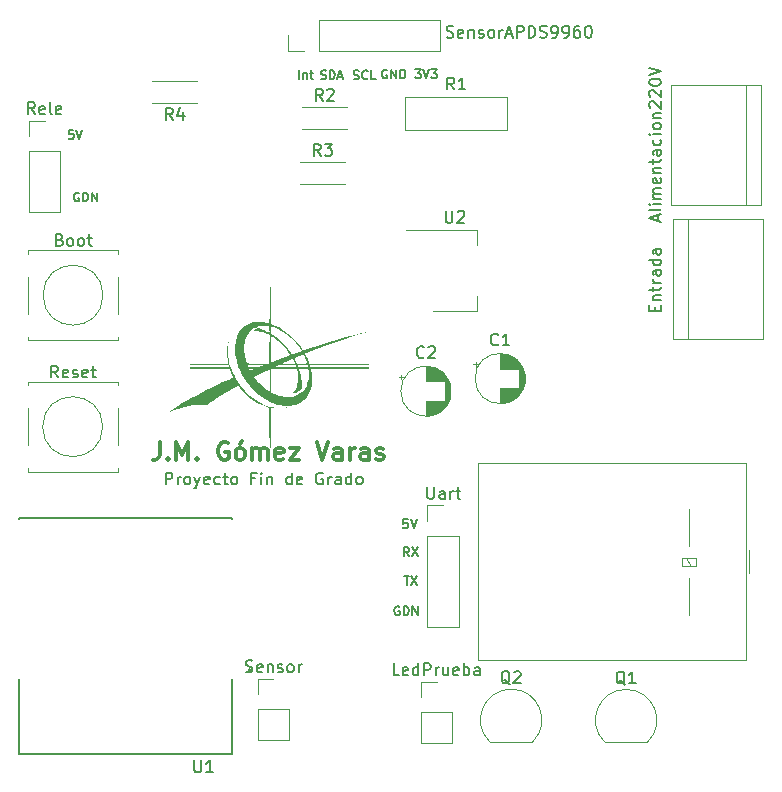
<source format=gbr>
%TF.GenerationSoftware,KiCad,Pcbnew,7.0.7*%
%TF.CreationDate,2025-10-27T22:40:16+01:00*%
%TF.ProjectId,pcb1,70636231-2e6b-4696-9361-645f70636258,rev?*%
%TF.SameCoordinates,Original*%
%TF.FileFunction,Legend,Top*%
%TF.FilePolarity,Positive*%
%FSLAX46Y46*%
G04 Gerber Fmt 4.6, Leading zero omitted, Abs format (unit mm)*
G04 Created by KiCad (PCBNEW 7.0.7) date 2025-10-27 22:40:16*
%MOMM*%
%LPD*%
G01*
G04 APERTURE LIST*
%ADD10C,0.187500*%
%ADD11C,0.300000*%
%ADD12C,0.200000*%
%ADD13C,0.150000*%
%ADD14C,0.120000*%
%ADD15C,0.127000*%
G04 APERTURE END LIST*
D10*
X204926212Y-91752750D02*
X205033355Y-91788464D01*
X205033355Y-91788464D02*
X205211926Y-91788464D01*
X205211926Y-91788464D02*
X205283355Y-91752750D01*
X205283355Y-91752750D02*
X205319069Y-91717035D01*
X205319069Y-91717035D02*
X205354783Y-91645607D01*
X205354783Y-91645607D02*
X205354783Y-91574178D01*
X205354783Y-91574178D02*
X205319069Y-91502750D01*
X205319069Y-91502750D02*
X205283355Y-91467035D01*
X205283355Y-91467035D02*
X205211926Y-91431321D01*
X205211926Y-91431321D02*
X205069069Y-91395607D01*
X205069069Y-91395607D02*
X204997640Y-91359892D01*
X204997640Y-91359892D02*
X204961926Y-91324178D01*
X204961926Y-91324178D02*
X204926212Y-91252750D01*
X204926212Y-91252750D02*
X204926212Y-91181321D01*
X204926212Y-91181321D02*
X204961926Y-91109892D01*
X204961926Y-91109892D02*
X204997640Y-91074178D01*
X204997640Y-91074178D02*
X205069069Y-91038464D01*
X205069069Y-91038464D02*
X205247640Y-91038464D01*
X205247640Y-91038464D02*
X205354783Y-91074178D01*
X206104783Y-91717035D02*
X206069069Y-91752750D01*
X206069069Y-91752750D02*
X205961926Y-91788464D01*
X205961926Y-91788464D02*
X205890498Y-91788464D01*
X205890498Y-91788464D02*
X205783355Y-91752750D01*
X205783355Y-91752750D02*
X205711926Y-91681321D01*
X205711926Y-91681321D02*
X205676212Y-91609892D01*
X205676212Y-91609892D02*
X205640498Y-91467035D01*
X205640498Y-91467035D02*
X205640498Y-91359892D01*
X205640498Y-91359892D02*
X205676212Y-91217035D01*
X205676212Y-91217035D02*
X205711926Y-91145607D01*
X205711926Y-91145607D02*
X205783355Y-91074178D01*
X205783355Y-91074178D02*
X205890498Y-91038464D01*
X205890498Y-91038464D02*
X205961926Y-91038464D01*
X205961926Y-91038464D02*
X206069069Y-91074178D01*
X206069069Y-91074178D02*
X206104783Y-91109892D01*
X206783355Y-91788464D02*
X206426212Y-91788464D01*
X206426212Y-91788464D02*
X206426212Y-91038464D01*
X207744783Y-90996678D02*
X207673355Y-90960964D01*
X207673355Y-90960964D02*
X207566212Y-90960964D01*
X207566212Y-90960964D02*
X207459069Y-90996678D01*
X207459069Y-90996678D02*
X207387640Y-91068107D01*
X207387640Y-91068107D02*
X207351926Y-91139535D01*
X207351926Y-91139535D02*
X207316212Y-91282392D01*
X207316212Y-91282392D02*
X207316212Y-91389535D01*
X207316212Y-91389535D02*
X207351926Y-91532392D01*
X207351926Y-91532392D02*
X207387640Y-91603821D01*
X207387640Y-91603821D02*
X207459069Y-91675250D01*
X207459069Y-91675250D02*
X207566212Y-91710964D01*
X207566212Y-91710964D02*
X207637640Y-91710964D01*
X207637640Y-91710964D02*
X207744783Y-91675250D01*
X207744783Y-91675250D02*
X207780497Y-91639535D01*
X207780497Y-91639535D02*
X207780497Y-91389535D01*
X207780497Y-91389535D02*
X207637640Y-91389535D01*
X208101926Y-91710964D02*
X208101926Y-90960964D01*
X208101926Y-90960964D02*
X208530497Y-91710964D01*
X208530497Y-91710964D02*
X208530497Y-90960964D01*
X208887640Y-91710964D02*
X208887640Y-90960964D01*
X208887640Y-90960964D02*
X209066211Y-90960964D01*
X209066211Y-90960964D02*
X209173354Y-90996678D01*
X209173354Y-90996678D02*
X209244783Y-91068107D01*
X209244783Y-91068107D02*
X209280497Y-91139535D01*
X209280497Y-91139535D02*
X209316211Y-91282392D01*
X209316211Y-91282392D02*
X209316211Y-91389535D01*
X209316211Y-91389535D02*
X209280497Y-91532392D01*
X209280497Y-91532392D02*
X209244783Y-91603821D01*
X209244783Y-91603821D02*
X209173354Y-91675250D01*
X209173354Y-91675250D02*
X209066211Y-91710964D01*
X209066211Y-91710964D02*
X208887640Y-91710964D01*
X209194783Y-133828464D02*
X209623355Y-133828464D01*
X209409069Y-134578464D02*
X209409069Y-133828464D01*
X209801926Y-133828464D02*
X210301926Y-134578464D01*
X210301926Y-133828464D02*
X209801926Y-134578464D01*
X209620497Y-132168464D02*
X209370497Y-131811321D01*
X209191926Y-132168464D02*
X209191926Y-131418464D01*
X209191926Y-131418464D02*
X209477640Y-131418464D01*
X209477640Y-131418464D02*
X209549069Y-131454178D01*
X209549069Y-131454178D02*
X209584783Y-131489892D01*
X209584783Y-131489892D02*
X209620497Y-131561321D01*
X209620497Y-131561321D02*
X209620497Y-131668464D01*
X209620497Y-131668464D02*
X209584783Y-131739892D01*
X209584783Y-131739892D02*
X209549069Y-131775607D01*
X209549069Y-131775607D02*
X209477640Y-131811321D01*
X209477640Y-131811321D02*
X209191926Y-131811321D01*
X209870497Y-131418464D02*
X210370497Y-132168464D01*
X210370497Y-131418464D02*
X209870497Y-132168464D01*
X210160497Y-90958464D02*
X210624783Y-90958464D01*
X210624783Y-90958464D02*
X210374783Y-91244178D01*
X210374783Y-91244178D02*
X210481926Y-91244178D01*
X210481926Y-91244178D02*
X210553355Y-91279892D01*
X210553355Y-91279892D02*
X210589069Y-91315607D01*
X210589069Y-91315607D02*
X210624783Y-91387035D01*
X210624783Y-91387035D02*
X210624783Y-91565607D01*
X210624783Y-91565607D02*
X210589069Y-91637035D01*
X210589069Y-91637035D02*
X210553355Y-91672750D01*
X210553355Y-91672750D02*
X210481926Y-91708464D01*
X210481926Y-91708464D02*
X210267640Y-91708464D01*
X210267640Y-91708464D02*
X210196212Y-91672750D01*
X210196212Y-91672750D02*
X210160497Y-91637035D01*
X210839069Y-90958464D02*
X211089069Y-91708464D01*
X211089069Y-91708464D02*
X211339069Y-90958464D01*
X211517640Y-90958464D02*
X211981926Y-90958464D01*
X211981926Y-90958464D02*
X211731926Y-91244178D01*
X211731926Y-91244178D02*
X211839069Y-91244178D01*
X211839069Y-91244178D02*
X211910498Y-91279892D01*
X211910498Y-91279892D02*
X211946212Y-91315607D01*
X211946212Y-91315607D02*
X211981926Y-91387035D01*
X211981926Y-91387035D02*
X211981926Y-91565607D01*
X211981926Y-91565607D02*
X211946212Y-91637035D01*
X211946212Y-91637035D02*
X211910498Y-91672750D01*
X211910498Y-91672750D02*
X211839069Y-91708464D01*
X211839069Y-91708464D02*
X211624783Y-91708464D01*
X211624783Y-91708464D02*
X211553355Y-91672750D01*
X211553355Y-91672750D02*
X211517640Y-91637035D01*
X208804783Y-136444178D02*
X208733355Y-136408464D01*
X208733355Y-136408464D02*
X208626212Y-136408464D01*
X208626212Y-136408464D02*
X208519069Y-136444178D01*
X208519069Y-136444178D02*
X208447640Y-136515607D01*
X208447640Y-136515607D02*
X208411926Y-136587035D01*
X208411926Y-136587035D02*
X208376212Y-136729892D01*
X208376212Y-136729892D02*
X208376212Y-136837035D01*
X208376212Y-136837035D02*
X208411926Y-136979892D01*
X208411926Y-136979892D02*
X208447640Y-137051321D01*
X208447640Y-137051321D02*
X208519069Y-137122750D01*
X208519069Y-137122750D02*
X208626212Y-137158464D01*
X208626212Y-137158464D02*
X208697640Y-137158464D01*
X208697640Y-137158464D02*
X208804783Y-137122750D01*
X208804783Y-137122750D02*
X208840497Y-137087035D01*
X208840497Y-137087035D02*
X208840497Y-136837035D01*
X208840497Y-136837035D02*
X208697640Y-136837035D01*
X209161926Y-137158464D02*
X209161926Y-136408464D01*
X209161926Y-136408464D02*
X209340497Y-136408464D01*
X209340497Y-136408464D02*
X209447640Y-136444178D01*
X209447640Y-136444178D02*
X209519069Y-136515607D01*
X209519069Y-136515607D02*
X209554783Y-136587035D01*
X209554783Y-136587035D02*
X209590497Y-136729892D01*
X209590497Y-136729892D02*
X209590497Y-136837035D01*
X209590497Y-136837035D02*
X209554783Y-136979892D01*
X209554783Y-136979892D02*
X209519069Y-137051321D01*
X209519069Y-137051321D02*
X209447640Y-137122750D01*
X209447640Y-137122750D02*
X209340497Y-137158464D01*
X209340497Y-137158464D02*
X209161926Y-137158464D01*
X209911926Y-137158464D02*
X209911926Y-136408464D01*
X209911926Y-136408464D02*
X210340497Y-137158464D01*
X210340497Y-137158464D02*
X210340497Y-136408464D01*
X181199069Y-96098464D02*
X180841926Y-96098464D01*
X180841926Y-96098464D02*
X180806212Y-96455607D01*
X180806212Y-96455607D02*
X180841926Y-96419892D01*
X180841926Y-96419892D02*
X180913355Y-96384178D01*
X180913355Y-96384178D02*
X181091926Y-96384178D01*
X181091926Y-96384178D02*
X181163355Y-96419892D01*
X181163355Y-96419892D02*
X181199069Y-96455607D01*
X181199069Y-96455607D02*
X181234783Y-96527035D01*
X181234783Y-96527035D02*
X181234783Y-96705607D01*
X181234783Y-96705607D02*
X181199069Y-96777035D01*
X181199069Y-96777035D02*
X181163355Y-96812750D01*
X181163355Y-96812750D02*
X181091926Y-96848464D01*
X181091926Y-96848464D02*
X180913355Y-96848464D01*
X180913355Y-96848464D02*
X180841926Y-96812750D01*
X180841926Y-96812750D02*
X180806212Y-96777035D01*
X181449069Y-96098464D02*
X181699069Y-96848464D01*
X181699069Y-96848464D02*
X181949069Y-96098464D01*
X181664783Y-101414178D02*
X181593355Y-101378464D01*
X181593355Y-101378464D02*
X181486212Y-101378464D01*
X181486212Y-101378464D02*
X181379069Y-101414178D01*
X181379069Y-101414178D02*
X181307640Y-101485607D01*
X181307640Y-101485607D02*
X181271926Y-101557035D01*
X181271926Y-101557035D02*
X181236212Y-101699892D01*
X181236212Y-101699892D02*
X181236212Y-101807035D01*
X181236212Y-101807035D02*
X181271926Y-101949892D01*
X181271926Y-101949892D02*
X181307640Y-102021321D01*
X181307640Y-102021321D02*
X181379069Y-102092750D01*
X181379069Y-102092750D02*
X181486212Y-102128464D01*
X181486212Y-102128464D02*
X181557640Y-102128464D01*
X181557640Y-102128464D02*
X181664783Y-102092750D01*
X181664783Y-102092750D02*
X181700497Y-102057035D01*
X181700497Y-102057035D02*
X181700497Y-101807035D01*
X181700497Y-101807035D02*
X181557640Y-101807035D01*
X182021926Y-102128464D02*
X182021926Y-101378464D01*
X182021926Y-101378464D02*
X182200497Y-101378464D01*
X182200497Y-101378464D02*
X182307640Y-101414178D01*
X182307640Y-101414178D02*
X182379069Y-101485607D01*
X182379069Y-101485607D02*
X182414783Y-101557035D01*
X182414783Y-101557035D02*
X182450497Y-101699892D01*
X182450497Y-101699892D02*
X182450497Y-101807035D01*
X182450497Y-101807035D02*
X182414783Y-101949892D01*
X182414783Y-101949892D02*
X182379069Y-102021321D01*
X182379069Y-102021321D02*
X182307640Y-102092750D01*
X182307640Y-102092750D02*
X182200497Y-102128464D01*
X182200497Y-102128464D02*
X182021926Y-102128464D01*
X182771926Y-102128464D02*
X182771926Y-101378464D01*
X182771926Y-101378464D02*
X183200497Y-102128464D01*
X183200497Y-102128464D02*
X183200497Y-101378464D01*
X200291926Y-91738464D02*
X200291926Y-90988464D01*
X200649069Y-91238464D02*
X200649069Y-91738464D01*
X200649069Y-91309892D02*
X200684783Y-91274178D01*
X200684783Y-91274178D02*
X200756212Y-91238464D01*
X200756212Y-91238464D02*
X200863355Y-91238464D01*
X200863355Y-91238464D02*
X200934783Y-91274178D01*
X200934783Y-91274178D02*
X200970498Y-91345607D01*
X200970498Y-91345607D02*
X200970498Y-91738464D01*
X201220497Y-91238464D02*
X201506211Y-91238464D01*
X201327640Y-90988464D02*
X201327640Y-91631321D01*
X201327640Y-91631321D02*
X201363354Y-91702750D01*
X201363354Y-91702750D02*
X201434783Y-91738464D01*
X201434783Y-91738464D02*
X201506211Y-91738464D01*
D11*
X188503082Y-122500828D02*
X188503082Y-123572257D01*
X188503082Y-123572257D02*
X188431653Y-123786542D01*
X188431653Y-123786542D02*
X188288796Y-123929400D01*
X188288796Y-123929400D02*
X188074510Y-124000828D01*
X188074510Y-124000828D02*
X187931653Y-124000828D01*
X189217367Y-123857971D02*
X189288796Y-123929400D01*
X189288796Y-123929400D02*
X189217367Y-124000828D01*
X189217367Y-124000828D02*
X189145939Y-123929400D01*
X189145939Y-123929400D02*
X189217367Y-123857971D01*
X189217367Y-123857971D02*
X189217367Y-124000828D01*
X189931653Y-124000828D02*
X189931653Y-122500828D01*
X189931653Y-122500828D02*
X190431653Y-123572257D01*
X190431653Y-123572257D02*
X190931653Y-122500828D01*
X190931653Y-122500828D02*
X190931653Y-124000828D01*
X191645939Y-123857971D02*
X191717368Y-123929400D01*
X191717368Y-123929400D02*
X191645939Y-124000828D01*
X191645939Y-124000828D02*
X191574511Y-123929400D01*
X191574511Y-123929400D02*
X191645939Y-123857971D01*
X191645939Y-123857971D02*
X191645939Y-124000828D01*
X194288797Y-122572257D02*
X194145940Y-122500828D01*
X194145940Y-122500828D02*
X193931654Y-122500828D01*
X193931654Y-122500828D02*
X193717368Y-122572257D01*
X193717368Y-122572257D02*
X193574511Y-122715114D01*
X193574511Y-122715114D02*
X193503082Y-122857971D01*
X193503082Y-122857971D02*
X193431654Y-123143685D01*
X193431654Y-123143685D02*
X193431654Y-123357971D01*
X193431654Y-123357971D02*
X193503082Y-123643685D01*
X193503082Y-123643685D02*
X193574511Y-123786542D01*
X193574511Y-123786542D02*
X193717368Y-123929400D01*
X193717368Y-123929400D02*
X193931654Y-124000828D01*
X193931654Y-124000828D02*
X194074511Y-124000828D01*
X194074511Y-124000828D02*
X194288797Y-123929400D01*
X194288797Y-123929400D02*
X194360225Y-123857971D01*
X194360225Y-123857971D02*
X194360225Y-123357971D01*
X194360225Y-123357971D02*
X194074511Y-123357971D01*
X195217368Y-124000828D02*
X195074511Y-123929400D01*
X195074511Y-123929400D02*
X195003082Y-123857971D01*
X195003082Y-123857971D02*
X194931654Y-123715114D01*
X194931654Y-123715114D02*
X194931654Y-123286542D01*
X194931654Y-123286542D02*
X195003082Y-123143685D01*
X195003082Y-123143685D02*
X195074511Y-123072257D01*
X195074511Y-123072257D02*
X195217368Y-123000828D01*
X195217368Y-123000828D02*
X195431654Y-123000828D01*
X195431654Y-123000828D02*
X195574511Y-123072257D01*
X195574511Y-123072257D02*
X195645940Y-123143685D01*
X195645940Y-123143685D02*
X195717368Y-123286542D01*
X195717368Y-123286542D02*
X195717368Y-123715114D01*
X195717368Y-123715114D02*
X195645940Y-123857971D01*
X195645940Y-123857971D02*
X195574511Y-123929400D01*
X195574511Y-123929400D02*
X195431654Y-124000828D01*
X195431654Y-124000828D02*
X195217368Y-124000828D01*
X195503082Y-122429400D02*
X195288797Y-122643685D01*
X196360225Y-124000828D02*
X196360225Y-123000828D01*
X196360225Y-123143685D02*
X196431654Y-123072257D01*
X196431654Y-123072257D02*
X196574511Y-123000828D01*
X196574511Y-123000828D02*
X196788797Y-123000828D01*
X196788797Y-123000828D02*
X196931654Y-123072257D01*
X196931654Y-123072257D02*
X197003083Y-123215114D01*
X197003083Y-123215114D02*
X197003083Y-124000828D01*
X197003083Y-123215114D02*
X197074511Y-123072257D01*
X197074511Y-123072257D02*
X197217368Y-123000828D01*
X197217368Y-123000828D02*
X197431654Y-123000828D01*
X197431654Y-123000828D02*
X197574511Y-123072257D01*
X197574511Y-123072257D02*
X197645940Y-123215114D01*
X197645940Y-123215114D02*
X197645940Y-124000828D01*
X198931654Y-123929400D02*
X198788797Y-124000828D01*
X198788797Y-124000828D02*
X198503083Y-124000828D01*
X198503083Y-124000828D02*
X198360225Y-123929400D01*
X198360225Y-123929400D02*
X198288797Y-123786542D01*
X198288797Y-123786542D02*
X198288797Y-123215114D01*
X198288797Y-123215114D02*
X198360225Y-123072257D01*
X198360225Y-123072257D02*
X198503083Y-123000828D01*
X198503083Y-123000828D02*
X198788797Y-123000828D01*
X198788797Y-123000828D02*
X198931654Y-123072257D01*
X198931654Y-123072257D02*
X199003083Y-123215114D01*
X199003083Y-123215114D02*
X199003083Y-123357971D01*
X199003083Y-123357971D02*
X198288797Y-123500828D01*
X199503082Y-123000828D02*
X200288797Y-123000828D01*
X200288797Y-123000828D02*
X199503082Y-124000828D01*
X199503082Y-124000828D02*
X200288797Y-124000828D01*
X201788797Y-122500828D02*
X202288797Y-124000828D01*
X202288797Y-124000828D02*
X202788797Y-122500828D01*
X203931654Y-124000828D02*
X203931654Y-123215114D01*
X203931654Y-123215114D02*
X203860225Y-123072257D01*
X203860225Y-123072257D02*
X203717368Y-123000828D01*
X203717368Y-123000828D02*
X203431654Y-123000828D01*
X203431654Y-123000828D02*
X203288796Y-123072257D01*
X203931654Y-123929400D02*
X203788796Y-124000828D01*
X203788796Y-124000828D02*
X203431654Y-124000828D01*
X203431654Y-124000828D02*
X203288796Y-123929400D01*
X203288796Y-123929400D02*
X203217368Y-123786542D01*
X203217368Y-123786542D02*
X203217368Y-123643685D01*
X203217368Y-123643685D02*
X203288796Y-123500828D01*
X203288796Y-123500828D02*
X203431654Y-123429400D01*
X203431654Y-123429400D02*
X203788796Y-123429400D01*
X203788796Y-123429400D02*
X203931654Y-123357971D01*
X204645939Y-124000828D02*
X204645939Y-123000828D01*
X204645939Y-123286542D02*
X204717368Y-123143685D01*
X204717368Y-123143685D02*
X204788797Y-123072257D01*
X204788797Y-123072257D02*
X204931654Y-123000828D01*
X204931654Y-123000828D02*
X205074511Y-123000828D01*
X206217368Y-124000828D02*
X206217368Y-123215114D01*
X206217368Y-123215114D02*
X206145939Y-123072257D01*
X206145939Y-123072257D02*
X206003082Y-123000828D01*
X206003082Y-123000828D02*
X205717368Y-123000828D01*
X205717368Y-123000828D02*
X205574510Y-123072257D01*
X206217368Y-123929400D02*
X206074510Y-124000828D01*
X206074510Y-124000828D02*
X205717368Y-124000828D01*
X205717368Y-124000828D02*
X205574510Y-123929400D01*
X205574510Y-123929400D02*
X205503082Y-123786542D01*
X205503082Y-123786542D02*
X205503082Y-123643685D01*
X205503082Y-123643685D02*
X205574510Y-123500828D01*
X205574510Y-123500828D02*
X205717368Y-123429400D01*
X205717368Y-123429400D02*
X206074510Y-123429400D01*
X206074510Y-123429400D02*
X206217368Y-123357971D01*
X206860225Y-123929400D02*
X207003082Y-124000828D01*
X207003082Y-124000828D02*
X207288796Y-124000828D01*
X207288796Y-124000828D02*
X207431653Y-123929400D01*
X207431653Y-123929400D02*
X207503082Y-123786542D01*
X207503082Y-123786542D02*
X207503082Y-123715114D01*
X207503082Y-123715114D02*
X207431653Y-123572257D01*
X207431653Y-123572257D02*
X207288796Y-123500828D01*
X207288796Y-123500828D02*
X207074511Y-123500828D01*
X207074511Y-123500828D02*
X206931653Y-123429400D01*
X206931653Y-123429400D02*
X206860225Y-123286542D01*
X206860225Y-123286542D02*
X206860225Y-123215114D01*
X206860225Y-123215114D02*
X206931653Y-123072257D01*
X206931653Y-123072257D02*
X207074511Y-123000828D01*
X207074511Y-123000828D02*
X207288796Y-123000828D01*
X207288796Y-123000828D02*
X207431653Y-123072257D01*
D12*
X189019673Y-126087219D02*
X189019673Y-125087219D01*
X189019673Y-125087219D02*
X189400625Y-125087219D01*
X189400625Y-125087219D02*
X189495863Y-125134838D01*
X189495863Y-125134838D02*
X189543482Y-125182457D01*
X189543482Y-125182457D02*
X189591101Y-125277695D01*
X189591101Y-125277695D02*
X189591101Y-125420552D01*
X189591101Y-125420552D02*
X189543482Y-125515790D01*
X189543482Y-125515790D02*
X189495863Y-125563409D01*
X189495863Y-125563409D02*
X189400625Y-125611028D01*
X189400625Y-125611028D02*
X189019673Y-125611028D01*
X190019673Y-126087219D02*
X190019673Y-125420552D01*
X190019673Y-125611028D02*
X190067292Y-125515790D01*
X190067292Y-125515790D02*
X190114911Y-125468171D01*
X190114911Y-125468171D02*
X190210149Y-125420552D01*
X190210149Y-125420552D02*
X190305387Y-125420552D01*
X190781578Y-126087219D02*
X190686340Y-126039600D01*
X190686340Y-126039600D02*
X190638721Y-125991980D01*
X190638721Y-125991980D02*
X190591102Y-125896742D01*
X190591102Y-125896742D02*
X190591102Y-125611028D01*
X190591102Y-125611028D02*
X190638721Y-125515790D01*
X190638721Y-125515790D02*
X190686340Y-125468171D01*
X190686340Y-125468171D02*
X190781578Y-125420552D01*
X190781578Y-125420552D02*
X190924435Y-125420552D01*
X190924435Y-125420552D02*
X191019673Y-125468171D01*
X191019673Y-125468171D02*
X191067292Y-125515790D01*
X191067292Y-125515790D02*
X191114911Y-125611028D01*
X191114911Y-125611028D02*
X191114911Y-125896742D01*
X191114911Y-125896742D02*
X191067292Y-125991980D01*
X191067292Y-125991980D02*
X191019673Y-126039600D01*
X191019673Y-126039600D02*
X190924435Y-126087219D01*
X190924435Y-126087219D02*
X190781578Y-126087219D01*
X191448245Y-125420552D02*
X191686340Y-126087219D01*
X191924435Y-125420552D02*
X191686340Y-126087219D01*
X191686340Y-126087219D02*
X191591102Y-126325314D01*
X191591102Y-126325314D02*
X191543483Y-126372933D01*
X191543483Y-126372933D02*
X191448245Y-126420552D01*
X192686340Y-126039600D02*
X192591102Y-126087219D01*
X192591102Y-126087219D02*
X192400626Y-126087219D01*
X192400626Y-126087219D02*
X192305388Y-126039600D01*
X192305388Y-126039600D02*
X192257769Y-125944361D01*
X192257769Y-125944361D02*
X192257769Y-125563409D01*
X192257769Y-125563409D02*
X192305388Y-125468171D01*
X192305388Y-125468171D02*
X192400626Y-125420552D01*
X192400626Y-125420552D02*
X192591102Y-125420552D01*
X192591102Y-125420552D02*
X192686340Y-125468171D01*
X192686340Y-125468171D02*
X192733959Y-125563409D01*
X192733959Y-125563409D02*
X192733959Y-125658647D01*
X192733959Y-125658647D02*
X192257769Y-125753885D01*
X193591102Y-126039600D02*
X193495864Y-126087219D01*
X193495864Y-126087219D02*
X193305388Y-126087219D01*
X193305388Y-126087219D02*
X193210150Y-126039600D01*
X193210150Y-126039600D02*
X193162531Y-125991980D01*
X193162531Y-125991980D02*
X193114912Y-125896742D01*
X193114912Y-125896742D02*
X193114912Y-125611028D01*
X193114912Y-125611028D02*
X193162531Y-125515790D01*
X193162531Y-125515790D02*
X193210150Y-125468171D01*
X193210150Y-125468171D02*
X193305388Y-125420552D01*
X193305388Y-125420552D02*
X193495864Y-125420552D01*
X193495864Y-125420552D02*
X193591102Y-125468171D01*
X193876817Y-125420552D02*
X194257769Y-125420552D01*
X194019674Y-125087219D02*
X194019674Y-125944361D01*
X194019674Y-125944361D02*
X194067293Y-126039600D01*
X194067293Y-126039600D02*
X194162531Y-126087219D01*
X194162531Y-126087219D02*
X194257769Y-126087219D01*
X194733960Y-126087219D02*
X194638722Y-126039600D01*
X194638722Y-126039600D02*
X194591103Y-125991980D01*
X194591103Y-125991980D02*
X194543484Y-125896742D01*
X194543484Y-125896742D02*
X194543484Y-125611028D01*
X194543484Y-125611028D02*
X194591103Y-125515790D01*
X194591103Y-125515790D02*
X194638722Y-125468171D01*
X194638722Y-125468171D02*
X194733960Y-125420552D01*
X194733960Y-125420552D02*
X194876817Y-125420552D01*
X194876817Y-125420552D02*
X194972055Y-125468171D01*
X194972055Y-125468171D02*
X195019674Y-125515790D01*
X195019674Y-125515790D02*
X195067293Y-125611028D01*
X195067293Y-125611028D02*
X195067293Y-125896742D01*
X195067293Y-125896742D02*
X195019674Y-125991980D01*
X195019674Y-125991980D02*
X194972055Y-126039600D01*
X194972055Y-126039600D02*
X194876817Y-126087219D01*
X194876817Y-126087219D02*
X194733960Y-126087219D01*
X196591103Y-125563409D02*
X196257770Y-125563409D01*
X196257770Y-126087219D02*
X196257770Y-125087219D01*
X196257770Y-125087219D02*
X196733960Y-125087219D01*
X197114913Y-126087219D02*
X197114913Y-125420552D01*
X197114913Y-125087219D02*
X197067294Y-125134838D01*
X197067294Y-125134838D02*
X197114913Y-125182457D01*
X197114913Y-125182457D02*
X197162532Y-125134838D01*
X197162532Y-125134838D02*
X197114913Y-125087219D01*
X197114913Y-125087219D02*
X197114913Y-125182457D01*
X197591103Y-125420552D02*
X197591103Y-126087219D01*
X197591103Y-125515790D02*
X197638722Y-125468171D01*
X197638722Y-125468171D02*
X197733960Y-125420552D01*
X197733960Y-125420552D02*
X197876817Y-125420552D01*
X197876817Y-125420552D02*
X197972055Y-125468171D01*
X197972055Y-125468171D02*
X198019674Y-125563409D01*
X198019674Y-125563409D02*
X198019674Y-126087219D01*
X199686341Y-126087219D02*
X199686341Y-125087219D01*
X199686341Y-126039600D02*
X199591103Y-126087219D01*
X199591103Y-126087219D02*
X199400627Y-126087219D01*
X199400627Y-126087219D02*
X199305389Y-126039600D01*
X199305389Y-126039600D02*
X199257770Y-125991980D01*
X199257770Y-125991980D02*
X199210151Y-125896742D01*
X199210151Y-125896742D02*
X199210151Y-125611028D01*
X199210151Y-125611028D02*
X199257770Y-125515790D01*
X199257770Y-125515790D02*
X199305389Y-125468171D01*
X199305389Y-125468171D02*
X199400627Y-125420552D01*
X199400627Y-125420552D02*
X199591103Y-125420552D01*
X199591103Y-125420552D02*
X199686341Y-125468171D01*
X200543484Y-126039600D02*
X200448246Y-126087219D01*
X200448246Y-126087219D02*
X200257770Y-126087219D01*
X200257770Y-126087219D02*
X200162532Y-126039600D01*
X200162532Y-126039600D02*
X200114913Y-125944361D01*
X200114913Y-125944361D02*
X200114913Y-125563409D01*
X200114913Y-125563409D02*
X200162532Y-125468171D01*
X200162532Y-125468171D02*
X200257770Y-125420552D01*
X200257770Y-125420552D02*
X200448246Y-125420552D01*
X200448246Y-125420552D02*
X200543484Y-125468171D01*
X200543484Y-125468171D02*
X200591103Y-125563409D01*
X200591103Y-125563409D02*
X200591103Y-125658647D01*
X200591103Y-125658647D02*
X200114913Y-125753885D01*
X202305389Y-125134838D02*
X202210151Y-125087219D01*
X202210151Y-125087219D02*
X202067294Y-125087219D01*
X202067294Y-125087219D02*
X201924437Y-125134838D01*
X201924437Y-125134838D02*
X201829199Y-125230076D01*
X201829199Y-125230076D02*
X201781580Y-125325314D01*
X201781580Y-125325314D02*
X201733961Y-125515790D01*
X201733961Y-125515790D02*
X201733961Y-125658647D01*
X201733961Y-125658647D02*
X201781580Y-125849123D01*
X201781580Y-125849123D02*
X201829199Y-125944361D01*
X201829199Y-125944361D02*
X201924437Y-126039600D01*
X201924437Y-126039600D02*
X202067294Y-126087219D01*
X202067294Y-126087219D02*
X202162532Y-126087219D01*
X202162532Y-126087219D02*
X202305389Y-126039600D01*
X202305389Y-126039600D02*
X202353008Y-125991980D01*
X202353008Y-125991980D02*
X202353008Y-125658647D01*
X202353008Y-125658647D02*
X202162532Y-125658647D01*
X202781580Y-126087219D02*
X202781580Y-125420552D01*
X202781580Y-125611028D02*
X202829199Y-125515790D01*
X202829199Y-125515790D02*
X202876818Y-125468171D01*
X202876818Y-125468171D02*
X202972056Y-125420552D01*
X202972056Y-125420552D02*
X203067294Y-125420552D01*
X203829199Y-126087219D02*
X203829199Y-125563409D01*
X203829199Y-125563409D02*
X203781580Y-125468171D01*
X203781580Y-125468171D02*
X203686342Y-125420552D01*
X203686342Y-125420552D02*
X203495866Y-125420552D01*
X203495866Y-125420552D02*
X203400628Y-125468171D01*
X203829199Y-126039600D02*
X203733961Y-126087219D01*
X203733961Y-126087219D02*
X203495866Y-126087219D01*
X203495866Y-126087219D02*
X203400628Y-126039600D01*
X203400628Y-126039600D02*
X203353009Y-125944361D01*
X203353009Y-125944361D02*
X203353009Y-125849123D01*
X203353009Y-125849123D02*
X203400628Y-125753885D01*
X203400628Y-125753885D02*
X203495866Y-125706266D01*
X203495866Y-125706266D02*
X203733961Y-125706266D01*
X203733961Y-125706266D02*
X203829199Y-125658647D01*
X204733961Y-126087219D02*
X204733961Y-125087219D01*
X204733961Y-126039600D02*
X204638723Y-126087219D01*
X204638723Y-126087219D02*
X204448247Y-126087219D01*
X204448247Y-126087219D02*
X204353009Y-126039600D01*
X204353009Y-126039600D02*
X204305390Y-125991980D01*
X204305390Y-125991980D02*
X204257771Y-125896742D01*
X204257771Y-125896742D02*
X204257771Y-125611028D01*
X204257771Y-125611028D02*
X204305390Y-125515790D01*
X204305390Y-125515790D02*
X204353009Y-125468171D01*
X204353009Y-125468171D02*
X204448247Y-125420552D01*
X204448247Y-125420552D02*
X204638723Y-125420552D01*
X204638723Y-125420552D02*
X204733961Y-125468171D01*
X205353009Y-126087219D02*
X205257771Y-126039600D01*
X205257771Y-126039600D02*
X205210152Y-125991980D01*
X205210152Y-125991980D02*
X205162533Y-125896742D01*
X205162533Y-125896742D02*
X205162533Y-125611028D01*
X205162533Y-125611028D02*
X205210152Y-125515790D01*
X205210152Y-125515790D02*
X205257771Y-125468171D01*
X205257771Y-125468171D02*
X205353009Y-125420552D01*
X205353009Y-125420552D02*
X205495866Y-125420552D01*
X205495866Y-125420552D02*
X205591104Y-125468171D01*
X205591104Y-125468171D02*
X205638723Y-125515790D01*
X205638723Y-125515790D02*
X205686342Y-125611028D01*
X205686342Y-125611028D02*
X205686342Y-125896742D01*
X205686342Y-125896742D02*
X205638723Y-125991980D01*
X205638723Y-125991980D02*
X205591104Y-126039600D01*
X205591104Y-126039600D02*
X205495866Y-126087219D01*
X205495866Y-126087219D02*
X205353009Y-126087219D01*
D10*
X202166212Y-91752750D02*
X202273355Y-91788464D01*
X202273355Y-91788464D02*
X202451926Y-91788464D01*
X202451926Y-91788464D02*
X202523355Y-91752750D01*
X202523355Y-91752750D02*
X202559069Y-91717035D01*
X202559069Y-91717035D02*
X202594783Y-91645607D01*
X202594783Y-91645607D02*
X202594783Y-91574178D01*
X202594783Y-91574178D02*
X202559069Y-91502750D01*
X202559069Y-91502750D02*
X202523355Y-91467035D01*
X202523355Y-91467035D02*
X202451926Y-91431321D01*
X202451926Y-91431321D02*
X202309069Y-91395607D01*
X202309069Y-91395607D02*
X202237640Y-91359892D01*
X202237640Y-91359892D02*
X202201926Y-91324178D01*
X202201926Y-91324178D02*
X202166212Y-91252750D01*
X202166212Y-91252750D02*
X202166212Y-91181321D01*
X202166212Y-91181321D02*
X202201926Y-91109892D01*
X202201926Y-91109892D02*
X202237640Y-91074178D01*
X202237640Y-91074178D02*
X202309069Y-91038464D01*
X202309069Y-91038464D02*
X202487640Y-91038464D01*
X202487640Y-91038464D02*
X202594783Y-91074178D01*
X202916212Y-91788464D02*
X202916212Y-91038464D01*
X202916212Y-91038464D02*
X203094783Y-91038464D01*
X203094783Y-91038464D02*
X203201926Y-91074178D01*
X203201926Y-91074178D02*
X203273355Y-91145607D01*
X203273355Y-91145607D02*
X203309069Y-91217035D01*
X203309069Y-91217035D02*
X203344783Y-91359892D01*
X203344783Y-91359892D02*
X203344783Y-91467035D01*
X203344783Y-91467035D02*
X203309069Y-91609892D01*
X203309069Y-91609892D02*
X203273355Y-91681321D01*
X203273355Y-91681321D02*
X203201926Y-91752750D01*
X203201926Y-91752750D02*
X203094783Y-91788464D01*
X203094783Y-91788464D02*
X202916212Y-91788464D01*
X203630498Y-91574178D02*
X203987641Y-91574178D01*
X203559069Y-91788464D02*
X203809069Y-91038464D01*
X203809069Y-91038464D02*
X204059069Y-91788464D01*
X209509069Y-129048464D02*
X209151926Y-129048464D01*
X209151926Y-129048464D02*
X209116212Y-129405607D01*
X209116212Y-129405607D02*
X209151926Y-129369892D01*
X209151926Y-129369892D02*
X209223355Y-129334178D01*
X209223355Y-129334178D02*
X209401926Y-129334178D01*
X209401926Y-129334178D02*
X209473355Y-129369892D01*
X209473355Y-129369892D02*
X209509069Y-129405607D01*
X209509069Y-129405607D02*
X209544783Y-129477035D01*
X209544783Y-129477035D02*
X209544783Y-129655607D01*
X209544783Y-129655607D02*
X209509069Y-129727035D01*
X209509069Y-129727035D02*
X209473355Y-129762750D01*
X209473355Y-129762750D02*
X209401926Y-129798464D01*
X209401926Y-129798464D02*
X209223355Y-129798464D01*
X209223355Y-129798464D02*
X209151926Y-129762750D01*
X209151926Y-129762750D02*
X209116212Y-129727035D01*
X209759069Y-129048464D02*
X210009069Y-129798464D01*
X210009069Y-129798464D02*
X210259069Y-129048464D01*
D13*
X177950475Y-94734819D02*
X177617142Y-94258628D01*
X177379047Y-94734819D02*
X177379047Y-93734819D01*
X177379047Y-93734819D02*
X177759999Y-93734819D01*
X177759999Y-93734819D02*
X177855237Y-93782438D01*
X177855237Y-93782438D02*
X177902856Y-93830057D01*
X177902856Y-93830057D02*
X177950475Y-93925295D01*
X177950475Y-93925295D02*
X177950475Y-94068152D01*
X177950475Y-94068152D02*
X177902856Y-94163390D01*
X177902856Y-94163390D02*
X177855237Y-94211009D01*
X177855237Y-94211009D02*
X177759999Y-94258628D01*
X177759999Y-94258628D02*
X177379047Y-94258628D01*
X178759999Y-94687200D02*
X178664761Y-94734819D01*
X178664761Y-94734819D02*
X178474285Y-94734819D01*
X178474285Y-94734819D02*
X178379047Y-94687200D01*
X178379047Y-94687200D02*
X178331428Y-94591961D01*
X178331428Y-94591961D02*
X178331428Y-94211009D01*
X178331428Y-94211009D02*
X178379047Y-94115771D01*
X178379047Y-94115771D02*
X178474285Y-94068152D01*
X178474285Y-94068152D02*
X178664761Y-94068152D01*
X178664761Y-94068152D02*
X178759999Y-94115771D01*
X178759999Y-94115771D02*
X178807618Y-94211009D01*
X178807618Y-94211009D02*
X178807618Y-94306247D01*
X178807618Y-94306247D02*
X178331428Y-94401485D01*
X179379047Y-94734819D02*
X179283809Y-94687200D01*
X179283809Y-94687200D02*
X179236190Y-94591961D01*
X179236190Y-94591961D02*
X179236190Y-93734819D01*
X180140952Y-94687200D02*
X180045714Y-94734819D01*
X180045714Y-94734819D02*
X179855238Y-94734819D01*
X179855238Y-94734819D02*
X179760000Y-94687200D01*
X179760000Y-94687200D02*
X179712381Y-94591961D01*
X179712381Y-94591961D02*
X179712381Y-94211009D01*
X179712381Y-94211009D02*
X179760000Y-94115771D01*
X179760000Y-94115771D02*
X179855238Y-94068152D01*
X179855238Y-94068152D02*
X180045714Y-94068152D01*
X180045714Y-94068152D02*
X180140952Y-94115771D01*
X180140952Y-94115771D02*
X180188571Y-94211009D01*
X180188571Y-94211009D02*
X180188571Y-94306247D01*
X180188571Y-94306247D02*
X179712381Y-94401485D01*
X218174761Y-143010057D02*
X218079523Y-142962438D01*
X218079523Y-142962438D02*
X217984285Y-142867200D01*
X217984285Y-142867200D02*
X217841428Y-142724342D01*
X217841428Y-142724342D02*
X217746190Y-142676723D01*
X217746190Y-142676723D02*
X217650952Y-142676723D01*
X217698571Y-142914819D02*
X217603333Y-142867200D01*
X217603333Y-142867200D02*
X217508095Y-142771961D01*
X217508095Y-142771961D02*
X217460476Y-142581485D01*
X217460476Y-142581485D02*
X217460476Y-142248152D01*
X217460476Y-142248152D02*
X217508095Y-142057676D01*
X217508095Y-142057676D02*
X217603333Y-141962438D01*
X217603333Y-141962438D02*
X217698571Y-141914819D01*
X217698571Y-141914819D02*
X217889047Y-141914819D01*
X217889047Y-141914819D02*
X217984285Y-141962438D01*
X217984285Y-141962438D02*
X218079523Y-142057676D01*
X218079523Y-142057676D02*
X218127142Y-142248152D01*
X218127142Y-142248152D02*
X218127142Y-142581485D01*
X218127142Y-142581485D02*
X218079523Y-142771961D01*
X218079523Y-142771961D02*
X217984285Y-142867200D01*
X217984285Y-142867200D02*
X217889047Y-142914819D01*
X217889047Y-142914819D02*
X217698571Y-142914819D01*
X218508095Y-142010057D02*
X218555714Y-141962438D01*
X218555714Y-141962438D02*
X218650952Y-141914819D01*
X218650952Y-141914819D02*
X218889047Y-141914819D01*
X218889047Y-141914819D02*
X218984285Y-141962438D01*
X218984285Y-141962438D02*
X219031904Y-142010057D01*
X219031904Y-142010057D02*
X219079523Y-142105295D01*
X219079523Y-142105295D02*
X219079523Y-142200533D01*
X219079523Y-142200533D02*
X219031904Y-142343390D01*
X219031904Y-142343390D02*
X218460476Y-142914819D01*
X218460476Y-142914819D02*
X219079523Y-142914819D01*
X189613333Y-95224819D02*
X189280000Y-94748628D01*
X189041905Y-95224819D02*
X189041905Y-94224819D01*
X189041905Y-94224819D02*
X189422857Y-94224819D01*
X189422857Y-94224819D02*
X189518095Y-94272438D01*
X189518095Y-94272438D02*
X189565714Y-94320057D01*
X189565714Y-94320057D02*
X189613333Y-94415295D01*
X189613333Y-94415295D02*
X189613333Y-94558152D01*
X189613333Y-94558152D02*
X189565714Y-94653390D01*
X189565714Y-94653390D02*
X189518095Y-94701009D01*
X189518095Y-94701009D02*
X189422857Y-94748628D01*
X189422857Y-94748628D02*
X189041905Y-94748628D01*
X190470476Y-94558152D02*
X190470476Y-95224819D01*
X190232381Y-94177200D02*
X189994286Y-94891485D01*
X189994286Y-94891485D02*
X190613333Y-94891485D01*
X212728095Y-102934819D02*
X212728095Y-103744342D01*
X212728095Y-103744342D02*
X212775714Y-103839580D01*
X212775714Y-103839580D02*
X212823333Y-103887200D01*
X212823333Y-103887200D02*
X212918571Y-103934819D01*
X212918571Y-103934819D02*
X213109047Y-103934819D01*
X213109047Y-103934819D02*
X213204285Y-103887200D01*
X213204285Y-103887200D02*
X213251904Y-103839580D01*
X213251904Y-103839580D02*
X213299523Y-103744342D01*
X213299523Y-103744342D02*
X213299523Y-102934819D01*
X213728095Y-103030057D02*
X213775714Y-102982438D01*
X213775714Y-102982438D02*
X213870952Y-102934819D01*
X213870952Y-102934819D02*
X214109047Y-102934819D01*
X214109047Y-102934819D02*
X214204285Y-102982438D01*
X214204285Y-102982438D02*
X214251904Y-103030057D01*
X214251904Y-103030057D02*
X214299523Y-103125295D01*
X214299523Y-103125295D02*
X214299523Y-103220533D01*
X214299523Y-103220533D02*
X214251904Y-103363390D01*
X214251904Y-103363390D02*
X213680476Y-103934819D01*
X213680476Y-103934819D02*
X214299523Y-103934819D01*
X179901904Y-117034819D02*
X179568571Y-116558628D01*
X179330476Y-117034819D02*
X179330476Y-116034819D01*
X179330476Y-116034819D02*
X179711428Y-116034819D01*
X179711428Y-116034819D02*
X179806666Y-116082438D01*
X179806666Y-116082438D02*
X179854285Y-116130057D01*
X179854285Y-116130057D02*
X179901904Y-116225295D01*
X179901904Y-116225295D02*
X179901904Y-116368152D01*
X179901904Y-116368152D02*
X179854285Y-116463390D01*
X179854285Y-116463390D02*
X179806666Y-116511009D01*
X179806666Y-116511009D02*
X179711428Y-116558628D01*
X179711428Y-116558628D02*
X179330476Y-116558628D01*
X180711428Y-116987200D02*
X180616190Y-117034819D01*
X180616190Y-117034819D02*
X180425714Y-117034819D01*
X180425714Y-117034819D02*
X180330476Y-116987200D01*
X180330476Y-116987200D02*
X180282857Y-116891961D01*
X180282857Y-116891961D02*
X180282857Y-116511009D01*
X180282857Y-116511009D02*
X180330476Y-116415771D01*
X180330476Y-116415771D02*
X180425714Y-116368152D01*
X180425714Y-116368152D02*
X180616190Y-116368152D01*
X180616190Y-116368152D02*
X180711428Y-116415771D01*
X180711428Y-116415771D02*
X180759047Y-116511009D01*
X180759047Y-116511009D02*
X180759047Y-116606247D01*
X180759047Y-116606247D02*
X180282857Y-116701485D01*
X181140000Y-116987200D02*
X181235238Y-117034819D01*
X181235238Y-117034819D02*
X181425714Y-117034819D01*
X181425714Y-117034819D02*
X181520952Y-116987200D01*
X181520952Y-116987200D02*
X181568571Y-116891961D01*
X181568571Y-116891961D02*
X181568571Y-116844342D01*
X181568571Y-116844342D02*
X181520952Y-116749104D01*
X181520952Y-116749104D02*
X181425714Y-116701485D01*
X181425714Y-116701485D02*
X181282857Y-116701485D01*
X181282857Y-116701485D02*
X181187619Y-116653866D01*
X181187619Y-116653866D02*
X181140000Y-116558628D01*
X181140000Y-116558628D02*
X181140000Y-116511009D01*
X181140000Y-116511009D02*
X181187619Y-116415771D01*
X181187619Y-116415771D02*
X181282857Y-116368152D01*
X181282857Y-116368152D02*
X181425714Y-116368152D01*
X181425714Y-116368152D02*
X181520952Y-116415771D01*
X182378095Y-116987200D02*
X182282857Y-117034819D01*
X182282857Y-117034819D02*
X182092381Y-117034819D01*
X182092381Y-117034819D02*
X181997143Y-116987200D01*
X181997143Y-116987200D02*
X181949524Y-116891961D01*
X181949524Y-116891961D02*
X181949524Y-116511009D01*
X181949524Y-116511009D02*
X181997143Y-116415771D01*
X181997143Y-116415771D02*
X182092381Y-116368152D01*
X182092381Y-116368152D02*
X182282857Y-116368152D01*
X182282857Y-116368152D02*
X182378095Y-116415771D01*
X182378095Y-116415771D02*
X182425714Y-116511009D01*
X182425714Y-116511009D02*
X182425714Y-116606247D01*
X182425714Y-116606247D02*
X181949524Y-116701485D01*
X182711429Y-116368152D02*
X183092381Y-116368152D01*
X182854286Y-116034819D02*
X182854286Y-116891961D01*
X182854286Y-116891961D02*
X182901905Y-116987200D01*
X182901905Y-116987200D02*
X182997143Y-117034819D01*
X182997143Y-117034819D02*
X183092381Y-117034819D01*
X202133333Y-98264819D02*
X201800000Y-97788628D01*
X201561905Y-98264819D02*
X201561905Y-97264819D01*
X201561905Y-97264819D02*
X201942857Y-97264819D01*
X201942857Y-97264819D02*
X202038095Y-97312438D01*
X202038095Y-97312438D02*
X202085714Y-97360057D01*
X202085714Y-97360057D02*
X202133333Y-97455295D01*
X202133333Y-97455295D02*
X202133333Y-97598152D01*
X202133333Y-97598152D02*
X202085714Y-97693390D01*
X202085714Y-97693390D02*
X202038095Y-97741009D01*
X202038095Y-97741009D02*
X201942857Y-97788628D01*
X201942857Y-97788628D02*
X201561905Y-97788628D01*
X202466667Y-97264819D02*
X203085714Y-97264819D01*
X203085714Y-97264819D02*
X202752381Y-97645771D01*
X202752381Y-97645771D02*
X202895238Y-97645771D01*
X202895238Y-97645771D02*
X202990476Y-97693390D01*
X202990476Y-97693390D02*
X203038095Y-97741009D01*
X203038095Y-97741009D02*
X203085714Y-97836247D01*
X203085714Y-97836247D02*
X203085714Y-98074342D01*
X203085714Y-98074342D02*
X203038095Y-98169580D01*
X203038095Y-98169580D02*
X202990476Y-98217200D01*
X202990476Y-98217200D02*
X202895238Y-98264819D01*
X202895238Y-98264819D02*
X202609524Y-98264819D01*
X202609524Y-98264819D02*
X202514286Y-98217200D01*
X202514286Y-98217200D02*
X202466667Y-98169580D01*
X191443095Y-149459819D02*
X191443095Y-150269342D01*
X191443095Y-150269342D02*
X191490714Y-150364580D01*
X191490714Y-150364580D02*
X191538333Y-150412200D01*
X191538333Y-150412200D02*
X191633571Y-150459819D01*
X191633571Y-150459819D02*
X191824047Y-150459819D01*
X191824047Y-150459819D02*
X191919285Y-150412200D01*
X191919285Y-150412200D02*
X191966904Y-150364580D01*
X191966904Y-150364580D02*
X192014523Y-150269342D01*
X192014523Y-150269342D02*
X192014523Y-149459819D01*
X193014523Y-150459819D02*
X192443095Y-150459819D01*
X192728809Y-150459819D02*
X192728809Y-149459819D01*
X192728809Y-149459819D02*
X192633571Y-149602676D01*
X192633571Y-149602676D02*
X192538333Y-149697914D01*
X192538333Y-149697914D02*
X192443095Y-149745533D01*
X180050952Y-105381009D02*
X180193809Y-105428628D01*
X180193809Y-105428628D02*
X180241428Y-105476247D01*
X180241428Y-105476247D02*
X180289047Y-105571485D01*
X180289047Y-105571485D02*
X180289047Y-105714342D01*
X180289047Y-105714342D02*
X180241428Y-105809580D01*
X180241428Y-105809580D02*
X180193809Y-105857200D01*
X180193809Y-105857200D02*
X180098571Y-105904819D01*
X180098571Y-105904819D02*
X179717619Y-105904819D01*
X179717619Y-105904819D02*
X179717619Y-104904819D01*
X179717619Y-104904819D02*
X180050952Y-104904819D01*
X180050952Y-104904819D02*
X180146190Y-104952438D01*
X180146190Y-104952438D02*
X180193809Y-105000057D01*
X180193809Y-105000057D02*
X180241428Y-105095295D01*
X180241428Y-105095295D02*
X180241428Y-105190533D01*
X180241428Y-105190533D02*
X180193809Y-105285771D01*
X180193809Y-105285771D02*
X180146190Y-105333390D01*
X180146190Y-105333390D02*
X180050952Y-105381009D01*
X180050952Y-105381009D02*
X179717619Y-105381009D01*
X180860476Y-105904819D02*
X180765238Y-105857200D01*
X180765238Y-105857200D02*
X180717619Y-105809580D01*
X180717619Y-105809580D02*
X180670000Y-105714342D01*
X180670000Y-105714342D02*
X180670000Y-105428628D01*
X180670000Y-105428628D02*
X180717619Y-105333390D01*
X180717619Y-105333390D02*
X180765238Y-105285771D01*
X180765238Y-105285771D02*
X180860476Y-105238152D01*
X180860476Y-105238152D02*
X181003333Y-105238152D01*
X181003333Y-105238152D02*
X181098571Y-105285771D01*
X181098571Y-105285771D02*
X181146190Y-105333390D01*
X181146190Y-105333390D02*
X181193809Y-105428628D01*
X181193809Y-105428628D02*
X181193809Y-105714342D01*
X181193809Y-105714342D02*
X181146190Y-105809580D01*
X181146190Y-105809580D02*
X181098571Y-105857200D01*
X181098571Y-105857200D02*
X181003333Y-105904819D01*
X181003333Y-105904819D02*
X180860476Y-105904819D01*
X181765238Y-105904819D02*
X181670000Y-105857200D01*
X181670000Y-105857200D02*
X181622381Y-105809580D01*
X181622381Y-105809580D02*
X181574762Y-105714342D01*
X181574762Y-105714342D02*
X181574762Y-105428628D01*
X181574762Y-105428628D02*
X181622381Y-105333390D01*
X181622381Y-105333390D02*
X181670000Y-105285771D01*
X181670000Y-105285771D02*
X181765238Y-105238152D01*
X181765238Y-105238152D02*
X181908095Y-105238152D01*
X181908095Y-105238152D02*
X182003333Y-105285771D01*
X182003333Y-105285771D02*
X182050952Y-105333390D01*
X182050952Y-105333390D02*
X182098571Y-105428628D01*
X182098571Y-105428628D02*
X182098571Y-105714342D01*
X182098571Y-105714342D02*
X182050952Y-105809580D01*
X182050952Y-105809580D02*
X182003333Y-105857200D01*
X182003333Y-105857200D02*
X181908095Y-105904819D01*
X181908095Y-105904819D02*
X181765238Y-105904819D01*
X182384286Y-105238152D02*
X182765238Y-105238152D01*
X182527143Y-104904819D02*
X182527143Y-105761961D01*
X182527143Y-105761961D02*
X182574762Y-105857200D01*
X182574762Y-105857200D02*
X182670000Y-105904819D01*
X182670000Y-105904819D02*
X182765238Y-105904819D01*
X208783332Y-142249819D02*
X208307142Y-142249819D01*
X208307142Y-142249819D02*
X208307142Y-141249819D01*
X209497618Y-142202200D02*
X209402380Y-142249819D01*
X209402380Y-142249819D02*
X209211904Y-142249819D01*
X209211904Y-142249819D02*
X209116666Y-142202200D01*
X209116666Y-142202200D02*
X209069047Y-142106961D01*
X209069047Y-142106961D02*
X209069047Y-141726009D01*
X209069047Y-141726009D02*
X209116666Y-141630771D01*
X209116666Y-141630771D02*
X209211904Y-141583152D01*
X209211904Y-141583152D02*
X209402380Y-141583152D01*
X209402380Y-141583152D02*
X209497618Y-141630771D01*
X209497618Y-141630771D02*
X209545237Y-141726009D01*
X209545237Y-141726009D02*
X209545237Y-141821247D01*
X209545237Y-141821247D02*
X209069047Y-141916485D01*
X210402380Y-142249819D02*
X210402380Y-141249819D01*
X210402380Y-142202200D02*
X210307142Y-142249819D01*
X210307142Y-142249819D02*
X210116666Y-142249819D01*
X210116666Y-142249819D02*
X210021428Y-142202200D01*
X210021428Y-142202200D02*
X209973809Y-142154580D01*
X209973809Y-142154580D02*
X209926190Y-142059342D01*
X209926190Y-142059342D02*
X209926190Y-141773628D01*
X209926190Y-141773628D02*
X209973809Y-141678390D01*
X209973809Y-141678390D02*
X210021428Y-141630771D01*
X210021428Y-141630771D02*
X210116666Y-141583152D01*
X210116666Y-141583152D02*
X210307142Y-141583152D01*
X210307142Y-141583152D02*
X210402380Y-141630771D01*
X210878571Y-142249819D02*
X210878571Y-141249819D01*
X210878571Y-141249819D02*
X211259523Y-141249819D01*
X211259523Y-141249819D02*
X211354761Y-141297438D01*
X211354761Y-141297438D02*
X211402380Y-141345057D01*
X211402380Y-141345057D02*
X211449999Y-141440295D01*
X211449999Y-141440295D02*
X211449999Y-141583152D01*
X211449999Y-141583152D02*
X211402380Y-141678390D01*
X211402380Y-141678390D02*
X211354761Y-141726009D01*
X211354761Y-141726009D02*
X211259523Y-141773628D01*
X211259523Y-141773628D02*
X210878571Y-141773628D01*
X211878571Y-142249819D02*
X211878571Y-141583152D01*
X211878571Y-141773628D02*
X211926190Y-141678390D01*
X211926190Y-141678390D02*
X211973809Y-141630771D01*
X211973809Y-141630771D02*
X212069047Y-141583152D01*
X212069047Y-141583152D02*
X212164285Y-141583152D01*
X212926190Y-141583152D02*
X212926190Y-142249819D01*
X212497619Y-141583152D02*
X212497619Y-142106961D01*
X212497619Y-142106961D02*
X212545238Y-142202200D01*
X212545238Y-142202200D02*
X212640476Y-142249819D01*
X212640476Y-142249819D02*
X212783333Y-142249819D01*
X212783333Y-142249819D02*
X212878571Y-142202200D01*
X212878571Y-142202200D02*
X212926190Y-142154580D01*
X213783333Y-142202200D02*
X213688095Y-142249819D01*
X213688095Y-142249819D02*
X213497619Y-142249819D01*
X213497619Y-142249819D02*
X213402381Y-142202200D01*
X213402381Y-142202200D02*
X213354762Y-142106961D01*
X213354762Y-142106961D02*
X213354762Y-141726009D01*
X213354762Y-141726009D02*
X213402381Y-141630771D01*
X213402381Y-141630771D02*
X213497619Y-141583152D01*
X213497619Y-141583152D02*
X213688095Y-141583152D01*
X213688095Y-141583152D02*
X213783333Y-141630771D01*
X213783333Y-141630771D02*
X213830952Y-141726009D01*
X213830952Y-141726009D02*
X213830952Y-141821247D01*
X213830952Y-141821247D02*
X213354762Y-141916485D01*
X214259524Y-142249819D02*
X214259524Y-141249819D01*
X214259524Y-141630771D02*
X214354762Y-141583152D01*
X214354762Y-141583152D02*
X214545238Y-141583152D01*
X214545238Y-141583152D02*
X214640476Y-141630771D01*
X214640476Y-141630771D02*
X214688095Y-141678390D01*
X214688095Y-141678390D02*
X214735714Y-141773628D01*
X214735714Y-141773628D02*
X214735714Y-142059342D01*
X214735714Y-142059342D02*
X214688095Y-142154580D01*
X214688095Y-142154580D02*
X214640476Y-142202200D01*
X214640476Y-142202200D02*
X214545238Y-142249819D01*
X214545238Y-142249819D02*
X214354762Y-142249819D01*
X214354762Y-142249819D02*
X214259524Y-142202200D01*
X215592857Y-142249819D02*
X215592857Y-141726009D01*
X215592857Y-141726009D02*
X215545238Y-141630771D01*
X215545238Y-141630771D02*
X215450000Y-141583152D01*
X215450000Y-141583152D02*
X215259524Y-141583152D01*
X215259524Y-141583152D02*
X215164286Y-141630771D01*
X215592857Y-142202200D02*
X215497619Y-142249819D01*
X215497619Y-142249819D02*
X215259524Y-142249819D01*
X215259524Y-142249819D02*
X215164286Y-142202200D01*
X215164286Y-142202200D02*
X215116667Y-142106961D01*
X215116667Y-142106961D02*
X215116667Y-142011723D01*
X215116667Y-142011723D02*
X215164286Y-141916485D01*
X215164286Y-141916485D02*
X215259524Y-141868866D01*
X215259524Y-141868866D02*
X215497619Y-141868866D01*
X215497619Y-141868866D02*
X215592857Y-141821247D01*
X217163333Y-114229580D02*
X217115714Y-114277200D01*
X217115714Y-114277200D02*
X216972857Y-114324819D01*
X216972857Y-114324819D02*
X216877619Y-114324819D01*
X216877619Y-114324819D02*
X216734762Y-114277200D01*
X216734762Y-114277200D02*
X216639524Y-114181961D01*
X216639524Y-114181961D02*
X216591905Y-114086723D01*
X216591905Y-114086723D02*
X216544286Y-113896247D01*
X216544286Y-113896247D02*
X216544286Y-113753390D01*
X216544286Y-113753390D02*
X216591905Y-113562914D01*
X216591905Y-113562914D02*
X216639524Y-113467676D01*
X216639524Y-113467676D02*
X216734762Y-113372438D01*
X216734762Y-113372438D02*
X216877619Y-113324819D01*
X216877619Y-113324819D02*
X216972857Y-113324819D01*
X216972857Y-113324819D02*
X217115714Y-113372438D01*
X217115714Y-113372438D02*
X217163333Y-113420057D01*
X218115714Y-114324819D02*
X217544286Y-114324819D01*
X217830000Y-114324819D02*
X217830000Y-113324819D01*
X217830000Y-113324819D02*
X217734762Y-113467676D01*
X217734762Y-113467676D02*
X217639524Y-113562914D01*
X217639524Y-113562914D02*
X217544286Y-113610533D01*
X230669104Y-103792380D02*
X230669104Y-103316190D01*
X230954819Y-103887618D02*
X229954819Y-103554285D01*
X229954819Y-103554285D02*
X230954819Y-103220952D01*
X230954819Y-102744761D02*
X230907200Y-102839999D01*
X230907200Y-102839999D02*
X230811961Y-102887618D01*
X230811961Y-102887618D02*
X229954819Y-102887618D01*
X230954819Y-102363808D02*
X230288152Y-102363808D01*
X229954819Y-102363808D02*
X230002438Y-102411427D01*
X230002438Y-102411427D02*
X230050057Y-102363808D01*
X230050057Y-102363808D02*
X230002438Y-102316189D01*
X230002438Y-102316189D02*
X229954819Y-102363808D01*
X229954819Y-102363808D02*
X230050057Y-102363808D01*
X230954819Y-101887618D02*
X230288152Y-101887618D01*
X230383390Y-101887618D02*
X230335771Y-101839999D01*
X230335771Y-101839999D02*
X230288152Y-101744761D01*
X230288152Y-101744761D02*
X230288152Y-101601904D01*
X230288152Y-101601904D02*
X230335771Y-101506666D01*
X230335771Y-101506666D02*
X230431009Y-101459047D01*
X230431009Y-101459047D02*
X230954819Y-101459047D01*
X230431009Y-101459047D02*
X230335771Y-101411428D01*
X230335771Y-101411428D02*
X230288152Y-101316190D01*
X230288152Y-101316190D02*
X230288152Y-101173333D01*
X230288152Y-101173333D02*
X230335771Y-101078094D01*
X230335771Y-101078094D02*
X230431009Y-101030475D01*
X230431009Y-101030475D02*
X230954819Y-101030475D01*
X230907200Y-100173333D02*
X230954819Y-100268571D01*
X230954819Y-100268571D02*
X230954819Y-100459047D01*
X230954819Y-100459047D02*
X230907200Y-100554285D01*
X230907200Y-100554285D02*
X230811961Y-100601904D01*
X230811961Y-100601904D02*
X230431009Y-100601904D01*
X230431009Y-100601904D02*
X230335771Y-100554285D01*
X230335771Y-100554285D02*
X230288152Y-100459047D01*
X230288152Y-100459047D02*
X230288152Y-100268571D01*
X230288152Y-100268571D02*
X230335771Y-100173333D01*
X230335771Y-100173333D02*
X230431009Y-100125714D01*
X230431009Y-100125714D02*
X230526247Y-100125714D01*
X230526247Y-100125714D02*
X230621485Y-100601904D01*
X230288152Y-99697142D02*
X230954819Y-99697142D01*
X230383390Y-99697142D02*
X230335771Y-99649523D01*
X230335771Y-99649523D02*
X230288152Y-99554285D01*
X230288152Y-99554285D02*
X230288152Y-99411428D01*
X230288152Y-99411428D02*
X230335771Y-99316190D01*
X230335771Y-99316190D02*
X230431009Y-99268571D01*
X230431009Y-99268571D02*
X230954819Y-99268571D01*
X230288152Y-98935237D02*
X230288152Y-98554285D01*
X229954819Y-98792380D02*
X230811961Y-98792380D01*
X230811961Y-98792380D02*
X230907200Y-98744761D01*
X230907200Y-98744761D02*
X230954819Y-98649523D01*
X230954819Y-98649523D02*
X230954819Y-98554285D01*
X230954819Y-97792380D02*
X230431009Y-97792380D01*
X230431009Y-97792380D02*
X230335771Y-97839999D01*
X230335771Y-97839999D02*
X230288152Y-97935237D01*
X230288152Y-97935237D02*
X230288152Y-98125713D01*
X230288152Y-98125713D02*
X230335771Y-98220951D01*
X230907200Y-97792380D02*
X230954819Y-97887618D01*
X230954819Y-97887618D02*
X230954819Y-98125713D01*
X230954819Y-98125713D02*
X230907200Y-98220951D01*
X230907200Y-98220951D02*
X230811961Y-98268570D01*
X230811961Y-98268570D02*
X230716723Y-98268570D01*
X230716723Y-98268570D02*
X230621485Y-98220951D01*
X230621485Y-98220951D02*
X230573866Y-98125713D01*
X230573866Y-98125713D02*
X230573866Y-97887618D01*
X230573866Y-97887618D02*
X230526247Y-97792380D01*
X230907200Y-96887618D02*
X230954819Y-96982856D01*
X230954819Y-96982856D02*
X230954819Y-97173332D01*
X230954819Y-97173332D02*
X230907200Y-97268570D01*
X230907200Y-97268570D02*
X230859580Y-97316189D01*
X230859580Y-97316189D02*
X230764342Y-97363808D01*
X230764342Y-97363808D02*
X230478628Y-97363808D01*
X230478628Y-97363808D02*
X230383390Y-97316189D01*
X230383390Y-97316189D02*
X230335771Y-97268570D01*
X230335771Y-97268570D02*
X230288152Y-97173332D01*
X230288152Y-97173332D02*
X230288152Y-96982856D01*
X230288152Y-96982856D02*
X230335771Y-96887618D01*
X230954819Y-96459046D02*
X230288152Y-96459046D01*
X229954819Y-96459046D02*
X230002438Y-96506665D01*
X230002438Y-96506665D02*
X230050057Y-96459046D01*
X230050057Y-96459046D02*
X230002438Y-96411427D01*
X230002438Y-96411427D02*
X229954819Y-96459046D01*
X229954819Y-96459046D02*
X230050057Y-96459046D01*
X230954819Y-95839999D02*
X230907200Y-95935237D01*
X230907200Y-95935237D02*
X230859580Y-95982856D01*
X230859580Y-95982856D02*
X230764342Y-96030475D01*
X230764342Y-96030475D02*
X230478628Y-96030475D01*
X230478628Y-96030475D02*
X230383390Y-95982856D01*
X230383390Y-95982856D02*
X230335771Y-95935237D01*
X230335771Y-95935237D02*
X230288152Y-95839999D01*
X230288152Y-95839999D02*
X230288152Y-95697142D01*
X230288152Y-95697142D02*
X230335771Y-95601904D01*
X230335771Y-95601904D02*
X230383390Y-95554285D01*
X230383390Y-95554285D02*
X230478628Y-95506666D01*
X230478628Y-95506666D02*
X230764342Y-95506666D01*
X230764342Y-95506666D02*
X230859580Y-95554285D01*
X230859580Y-95554285D02*
X230907200Y-95601904D01*
X230907200Y-95601904D02*
X230954819Y-95697142D01*
X230954819Y-95697142D02*
X230954819Y-95839999D01*
X230288152Y-95078094D02*
X230954819Y-95078094D01*
X230383390Y-95078094D02*
X230335771Y-95030475D01*
X230335771Y-95030475D02*
X230288152Y-94935237D01*
X230288152Y-94935237D02*
X230288152Y-94792380D01*
X230288152Y-94792380D02*
X230335771Y-94697142D01*
X230335771Y-94697142D02*
X230431009Y-94649523D01*
X230431009Y-94649523D02*
X230954819Y-94649523D01*
X230050057Y-94220951D02*
X230002438Y-94173332D01*
X230002438Y-94173332D02*
X229954819Y-94078094D01*
X229954819Y-94078094D02*
X229954819Y-93839999D01*
X229954819Y-93839999D02*
X230002438Y-93744761D01*
X230002438Y-93744761D02*
X230050057Y-93697142D01*
X230050057Y-93697142D02*
X230145295Y-93649523D01*
X230145295Y-93649523D02*
X230240533Y-93649523D01*
X230240533Y-93649523D02*
X230383390Y-93697142D01*
X230383390Y-93697142D02*
X230954819Y-94268570D01*
X230954819Y-94268570D02*
X230954819Y-93649523D01*
X230050057Y-93268570D02*
X230002438Y-93220951D01*
X230002438Y-93220951D02*
X229954819Y-93125713D01*
X229954819Y-93125713D02*
X229954819Y-92887618D01*
X229954819Y-92887618D02*
X230002438Y-92792380D01*
X230002438Y-92792380D02*
X230050057Y-92744761D01*
X230050057Y-92744761D02*
X230145295Y-92697142D01*
X230145295Y-92697142D02*
X230240533Y-92697142D01*
X230240533Y-92697142D02*
X230383390Y-92744761D01*
X230383390Y-92744761D02*
X230954819Y-93316189D01*
X230954819Y-93316189D02*
X230954819Y-92697142D01*
X229954819Y-92078094D02*
X229954819Y-91982856D01*
X229954819Y-91982856D02*
X230002438Y-91887618D01*
X230002438Y-91887618D02*
X230050057Y-91839999D01*
X230050057Y-91839999D02*
X230145295Y-91792380D01*
X230145295Y-91792380D02*
X230335771Y-91744761D01*
X230335771Y-91744761D02*
X230573866Y-91744761D01*
X230573866Y-91744761D02*
X230764342Y-91792380D01*
X230764342Y-91792380D02*
X230859580Y-91839999D01*
X230859580Y-91839999D02*
X230907200Y-91887618D01*
X230907200Y-91887618D02*
X230954819Y-91982856D01*
X230954819Y-91982856D02*
X230954819Y-92078094D01*
X230954819Y-92078094D02*
X230907200Y-92173332D01*
X230907200Y-92173332D02*
X230859580Y-92220951D01*
X230859580Y-92220951D02*
X230764342Y-92268570D01*
X230764342Y-92268570D02*
X230573866Y-92316189D01*
X230573866Y-92316189D02*
X230335771Y-92316189D01*
X230335771Y-92316189D02*
X230145295Y-92268570D01*
X230145295Y-92268570D02*
X230050057Y-92220951D01*
X230050057Y-92220951D02*
X230002438Y-92173332D01*
X230002438Y-92173332D02*
X229954819Y-92078094D01*
X229954819Y-91459046D02*
X230954819Y-91125713D01*
X230954819Y-91125713D02*
X229954819Y-90792380D01*
X202313333Y-93604819D02*
X201980000Y-93128628D01*
X201741905Y-93604819D02*
X201741905Y-92604819D01*
X201741905Y-92604819D02*
X202122857Y-92604819D01*
X202122857Y-92604819D02*
X202218095Y-92652438D01*
X202218095Y-92652438D02*
X202265714Y-92700057D01*
X202265714Y-92700057D02*
X202313333Y-92795295D01*
X202313333Y-92795295D02*
X202313333Y-92938152D01*
X202313333Y-92938152D02*
X202265714Y-93033390D01*
X202265714Y-93033390D02*
X202218095Y-93081009D01*
X202218095Y-93081009D02*
X202122857Y-93128628D01*
X202122857Y-93128628D02*
X201741905Y-93128628D01*
X202694286Y-92700057D02*
X202741905Y-92652438D01*
X202741905Y-92652438D02*
X202837143Y-92604819D01*
X202837143Y-92604819D02*
X203075238Y-92604819D01*
X203075238Y-92604819D02*
X203170476Y-92652438D01*
X203170476Y-92652438D02*
X203218095Y-92700057D01*
X203218095Y-92700057D02*
X203265714Y-92795295D01*
X203265714Y-92795295D02*
X203265714Y-92890533D01*
X203265714Y-92890533D02*
X203218095Y-93033390D01*
X203218095Y-93033390D02*
X202646667Y-93604819D01*
X202646667Y-93604819D02*
X203265714Y-93604819D01*
X227904761Y-143030057D02*
X227809523Y-142982438D01*
X227809523Y-142982438D02*
X227714285Y-142887200D01*
X227714285Y-142887200D02*
X227571428Y-142744342D01*
X227571428Y-142744342D02*
X227476190Y-142696723D01*
X227476190Y-142696723D02*
X227380952Y-142696723D01*
X227428571Y-142934819D02*
X227333333Y-142887200D01*
X227333333Y-142887200D02*
X227238095Y-142791961D01*
X227238095Y-142791961D02*
X227190476Y-142601485D01*
X227190476Y-142601485D02*
X227190476Y-142268152D01*
X227190476Y-142268152D02*
X227238095Y-142077676D01*
X227238095Y-142077676D02*
X227333333Y-141982438D01*
X227333333Y-141982438D02*
X227428571Y-141934819D01*
X227428571Y-141934819D02*
X227619047Y-141934819D01*
X227619047Y-141934819D02*
X227714285Y-141982438D01*
X227714285Y-141982438D02*
X227809523Y-142077676D01*
X227809523Y-142077676D02*
X227857142Y-142268152D01*
X227857142Y-142268152D02*
X227857142Y-142601485D01*
X227857142Y-142601485D02*
X227809523Y-142791961D01*
X227809523Y-142791961D02*
X227714285Y-142887200D01*
X227714285Y-142887200D02*
X227619047Y-142934819D01*
X227619047Y-142934819D02*
X227428571Y-142934819D01*
X228809523Y-142934819D02*
X228238095Y-142934819D01*
X228523809Y-142934819D02*
X228523809Y-141934819D01*
X228523809Y-141934819D02*
X228428571Y-142077676D01*
X228428571Y-142077676D02*
X228333333Y-142172914D01*
X228333333Y-142172914D02*
X228238095Y-142220533D01*
X210883333Y-115299580D02*
X210835714Y-115347200D01*
X210835714Y-115347200D02*
X210692857Y-115394819D01*
X210692857Y-115394819D02*
X210597619Y-115394819D01*
X210597619Y-115394819D02*
X210454762Y-115347200D01*
X210454762Y-115347200D02*
X210359524Y-115251961D01*
X210359524Y-115251961D02*
X210311905Y-115156723D01*
X210311905Y-115156723D02*
X210264286Y-114966247D01*
X210264286Y-114966247D02*
X210264286Y-114823390D01*
X210264286Y-114823390D02*
X210311905Y-114632914D01*
X210311905Y-114632914D02*
X210359524Y-114537676D01*
X210359524Y-114537676D02*
X210454762Y-114442438D01*
X210454762Y-114442438D02*
X210597619Y-114394819D01*
X210597619Y-114394819D02*
X210692857Y-114394819D01*
X210692857Y-114394819D02*
X210835714Y-114442438D01*
X210835714Y-114442438D02*
X210883333Y-114490057D01*
X211264286Y-114490057D02*
X211311905Y-114442438D01*
X211311905Y-114442438D02*
X211407143Y-114394819D01*
X211407143Y-114394819D02*
X211645238Y-114394819D01*
X211645238Y-114394819D02*
X211740476Y-114442438D01*
X211740476Y-114442438D02*
X211788095Y-114490057D01*
X211788095Y-114490057D02*
X211835714Y-114585295D01*
X211835714Y-114585295D02*
X211835714Y-114680533D01*
X211835714Y-114680533D02*
X211788095Y-114823390D01*
X211788095Y-114823390D02*
X211216667Y-115394819D01*
X211216667Y-115394819D02*
X211835714Y-115394819D01*
X211166666Y-126314819D02*
X211166666Y-127124342D01*
X211166666Y-127124342D02*
X211214285Y-127219580D01*
X211214285Y-127219580D02*
X211261904Y-127267200D01*
X211261904Y-127267200D02*
X211357142Y-127314819D01*
X211357142Y-127314819D02*
X211547618Y-127314819D01*
X211547618Y-127314819D02*
X211642856Y-127267200D01*
X211642856Y-127267200D02*
X211690475Y-127219580D01*
X211690475Y-127219580D02*
X211738094Y-127124342D01*
X211738094Y-127124342D02*
X211738094Y-126314819D01*
X212642856Y-127314819D02*
X212642856Y-126791009D01*
X212642856Y-126791009D02*
X212595237Y-126695771D01*
X212595237Y-126695771D02*
X212499999Y-126648152D01*
X212499999Y-126648152D02*
X212309523Y-126648152D01*
X212309523Y-126648152D02*
X212214285Y-126695771D01*
X212642856Y-127267200D02*
X212547618Y-127314819D01*
X212547618Y-127314819D02*
X212309523Y-127314819D01*
X212309523Y-127314819D02*
X212214285Y-127267200D01*
X212214285Y-127267200D02*
X212166666Y-127171961D01*
X212166666Y-127171961D02*
X212166666Y-127076723D01*
X212166666Y-127076723D02*
X212214285Y-126981485D01*
X212214285Y-126981485D02*
X212309523Y-126933866D01*
X212309523Y-126933866D02*
X212547618Y-126933866D01*
X212547618Y-126933866D02*
X212642856Y-126886247D01*
X213119047Y-127314819D02*
X213119047Y-126648152D01*
X213119047Y-126838628D02*
X213166666Y-126743390D01*
X213166666Y-126743390D02*
X213214285Y-126695771D01*
X213214285Y-126695771D02*
X213309523Y-126648152D01*
X213309523Y-126648152D02*
X213404761Y-126648152D01*
X213595238Y-126648152D02*
X213976190Y-126648152D01*
X213738095Y-126314819D02*
X213738095Y-127171961D01*
X213738095Y-127171961D02*
X213785714Y-127267200D01*
X213785714Y-127267200D02*
X213880952Y-127314819D01*
X213880952Y-127314819D02*
X213976190Y-127314819D01*
X230421009Y-111399047D02*
X230421009Y-111065714D01*
X230944819Y-110922857D02*
X230944819Y-111399047D01*
X230944819Y-111399047D02*
X229944819Y-111399047D01*
X229944819Y-111399047D02*
X229944819Y-110922857D01*
X230278152Y-110494285D02*
X230944819Y-110494285D01*
X230373390Y-110494285D02*
X230325771Y-110446666D01*
X230325771Y-110446666D02*
X230278152Y-110351428D01*
X230278152Y-110351428D02*
X230278152Y-110208571D01*
X230278152Y-110208571D02*
X230325771Y-110113333D01*
X230325771Y-110113333D02*
X230421009Y-110065714D01*
X230421009Y-110065714D02*
X230944819Y-110065714D01*
X230278152Y-109732380D02*
X230278152Y-109351428D01*
X229944819Y-109589523D02*
X230801961Y-109589523D01*
X230801961Y-109589523D02*
X230897200Y-109541904D01*
X230897200Y-109541904D02*
X230944819Y-109446666D01*
X230944819Y-109446666D02*
X230944819Y-109351428D01*
X230944819Y-109018094D02*
X230278152Y-109018094D01*
X230468628Y-109018094D02*
X230373390Y-108970475D01*
X230373390Y-108970475D02*
X230325771Y-108922856D01*
X230325771Y-108922856D02*
X230278152Y-108827618D01*
X230278152Y-108827618D02*
X230278152Y-108732380D01*
X230944819Y-107970475D02*
X230421009Y-107970475D01*
X230421009Y-107970475D02*
X230325771Y-108018094D01*
X230325771Y-108018094D02*
X230278152Y-108113332D01*
X230278152Y-108113332D02*
X230278152Y-108303808D01*
X230278152Y-108303808D02*
X230325771Y-108399046D01*
X230897200Y-107970475D02*
X230944819Y-108065713D01*
X230944819Y-108065713D02*
X230944819Y-108303808D01*
X230944819Y-108303808D02*
X230897200Y-108399046D01*
X230897200Y-108399046D02*
X230801961Y-108446665D01*
X230801961Y-108446665D02*
X230706723Y-108446665D01*
X230706723Y-108446665D02*
X230611485Y-108399046D01*
X230611485Y-108399046D02*
X230563866Y-108303808D01*
X230563866Y-108303808D02*
X230563866Y-108065713D01*
X230563866Y-108065713D02*
X230516247Y-107970475D01*
X230944819Y-107065713D02*
X229944819Y-107065713D01*
X230897200Y-107065713D02*
X230944819Y-107160951D01*
X230944819Y-107160951D02*
X230944819Y-107351427D01*
X230944819Y-107351427D02*
X230897200Y-107446665D01*
X230897200Y-107446665D02*
X230849580Y-107494284D01*
X230849580Y-107494284D02*
X230754342Y-107541903D01*
X230754342Y-107541903D02*
X230468628Y-107541903D01*
X230468628Y-107541903D02*
X230373390Y-107494284D01*
X230373390Y-107494284D02*
X230325771Y-107446665D01*
X230325771Y-107446665D02*
X230278152Y-107351427D01*
X230278152Y-107351427D02*
X230278152Y-107160951D01*
X230278152Y-107160951D02*
X230325771Y-107065713D01*
X230944819Y-106160951D02*
X230421009Y-106160951D01*
X230421009Y-106160951D02*
X230325771Y-106208570D01*
X230325771Y-106208570D02*
X230278152Y-106303808D01*
X230278152Y-106303808D02*
X230278152Y-106494284D01*
X230278152Y-106494284D02*
X230325771Y-106589522D01*
X230897200Y-106160951D02*
X230944819Y-106256189D01*
X230944819Y-106256189D02*
X230944819Y-106494284D01*
X230944819Y-106494284D02*
X230897200Y-106589522D01*
X230897200Y-106589522D02*
X230801961Y-106637141D01*
X230801961Y-106637141D02*
X230706723Y-106637141D01*
X230706723Y-106637141D02*
X230611485Y-106589522D01*
X230611485Y-106589522D02*
X230563866Y-106494284D01*
X230563866Y-106494284D02*
X230563866Y-106256189D01*
X230563866Y-106256189D02*
X230516247Y-106160951D01*
X195796666Y-141942200D02*
X195939523Y-141989819D01*
X195939523Y-141989819D02*
X196177618Y-141989819D01*
X196177618Y-141989819D02*
X196272856Y-141942200D01*
X196272856Y-141942200D02*
X196320475Y-141894580D01*
X196320475Y-141894580D02*
X196368094Y-141799342D01*
X196368094Y-141799342D02*
X196368094Y-141704104D01*
X196368094Y-141704104D02*
X196320475Y-141608866D01*
X196320475Y-141608866D02*
X196272856Y-141561247D01*
X196272856Y-141561247D02*
X196177618Y-141513628D01*
X196177618Y-141513628D02*
X195987142Y-141466009D01*
X195987142Y-141466009D02*
X195891904Y-141418390D01*
X195891904Y-141418390D02*
X195844285Y-141370771D01*
X195844285Y-141370771D02*
X195796666Y-141275533D01*
X195796666Y-141275533D02*
X195796666Y-141180295D01*
X195796666Y-141180295D02*
X195844285Y-141085057D01*
X195844285Y-141085057D02*
X195891904Y-141037438D01*
X195891904Y-141037438D02*
X195987142Y-140989819D01*
X195987142Y-140989819D02*
X196225237Y-140989819D01*
X196225237Y-140989819D02*
X196368094Y-141037438D01*
X197177618Y-141942200D02*
X197082380Y-141989819D01*
X197082380Y-141989819D02*
X196891904Y-141989819D01*
X196891904Y-141989819D02*
X196796666Y-141942200D01*
X196796666Y-141942200D02*
X196749047Y-141846961D01*
X196749047Y-141846961D02*
X196749047Y-141466009D01*
X196749047Y-141466009D02*
X196796666Y-141370771D01*
X196796666Y-141370771D02*
X196891904Y-141323152D01*
X196891904Y-141323152D02*
X197082380Y-141323152D01*
X197082380Y-141323152D02*
X197177618Y-141370771D01*
X197177618Y-141370771D02*
X197225237Y-141466009D01*
X197225237Y-141466009D02*
X197225237Y-141561247D01*
X197225237Y-141561247D02*
X196749047Y-141656485D01*
X197653809Y-141323152D02*
X197653809Y-141989819D01*
X197653809Y-141418390D02*
X197701428Y-141370771D01*
X197701428Y-141370771D02*
X197796666Y-141323152D01*
X197796666Y-141323152D02*
X197939523Y-141323152D01*
X197939523Y-141323152D02*
X198034761Y-141370771D01*
X198034761Y-141370771D02*
X198082380Y-141466009D01*
X198082380Y-141466009D02*
X198082380Y-141989819D01*
X198510952Y-141942200D02*
X198606190Y-141989819D01*
X198606190Y-141989819D02*
X198796666Y-141989819D01*
X198796666Y-141989819D02*
X198891904Y-141942200D01*
X198891904Y-141942200D02*
X198939523Y-141846961D01*
X198939523Y-141846961D02*
X198939523Y-141799342D01*
X198939523Y-141799342D02*
X198891904Y-141704104D01*
X198891904Y-141704104D02*
X198796666Y-141656485D01*
X198796666Y-141656485D02*
X198653809Y-141656485D01*
X198653809Y-141656485D02*
X198558571Y-141608866D01*
X198558571Y-141608866D02*
X198510952Y-141513628D01*
X198510952Y-141513628D02*
X198510952Y-141466009D01*
X198510952Y-141466009D02*
X198558571Y-141370771D01*
X198558571Y-141370771D02*
X198653809Y-141323152D01*
X198653809Y-141323152D02*
X198796666Y-141323152D01*
X198796666Y-141323152D02*
X198891904Y-141370771D01*
X199510952Y-141989819D02*
X199415714Y-141942200D01*
X199415714Y-141942200D02*
X199368095Y-141894580D01*
X199368095Y-141894580D02*
X199320476Y-141799342D01*
X199320476Y-141799342D02*
X199320476Y-141513628D01*
X199320476Y-141513628D02*
X199368095Y-141418390D01*
X199368095Y-141418390D02*
X199415714Y-141370771D01*
X199415714Y-141370771D02*
X199510952Y-141323152D01*
X199510952Y-141323152D02*
X199653809Y-141323152D01*
X199653809Y-141323152D02*
X199749047Y-141370771D01*
X199749047Y-141370771D02*
X199796666Y-141418390D01*
X199796666Y-141418390D02*
X199844285Y-141513628D01*
X199844285Y-141513628D02*
X199844285Y-141799342D01*
X199844285Y-141799342D02*
X199796666Y-141894580D01*
X199796666Y-141894580D02*
X199749047Y-141942200D01*
X199749047Y-141942200D02*
X199653809Y-141989819D01*
X199653809Y-141989819D02*
X199510952Y-141989819D01*
X200272857Y-141989819D02*
X200272857Y-141323152D01*
X200272857Y-141513628D02*
X200320476Y-141418390D01*
X200320476Y-141418390D02*
X200368095Y-141370771D01*
X200368095Y-141370771D02*
X200463333Y-141323152D01*
X200463333Y-141323152D02*
X200558571Y-141323152D01*
X213438333Y-92644819D02*
X213105000Y-92168628D01*
X212866905Y-92644819D02*
X212866905Y-91644819D01*
X212866905Y-91644819D02*
X213247857Y-91644819D01*
X213247857Y-91644819D02*
X213343095Y-91692438D01*
X213343095Y-91692438D02*
X213390714Y-91740057D01*
X213390714Y-91740057D02*
X213438333Y-91835295D01*
X213438333Y-91835295D02*
X213438333Y-91978152D01*
X213438333Y-91978152D02*
X213390714Y-92073390D01*
X213390714Y-92073390D02*
X213343095Y-92121009D01*
X213343095Y-92121009D02*
X213247857Y-92168628D01*
X213247857Y-92168628D02*
X212866905Y-92168628D01*
X214390714Y-92644819D02*
X213819286Y-92644819D01*
X214105000Y-92644819D02*
X214105000Y-91644819D01*
X214105000Y-91644819D02*
X214009762Y-91787676D01*
X214009762Y-91787676D02*
X213914524Y-91882914D01*
X213914524Y-91882914D02*
X213819286Y-91930533D01*
X212797142Y-88217200D02*
X212939999Y-88264819D01*
X212939999Y-88264819D02*
X213178094Y-88264819D01*
X213178094Y-88264819D02*
X213273332Y-88217200D01*
X213273332Y-88217200D02*
X213320951Y-88169580D01*
X213320951Y-88169580D02*
X213368570Y-88074342D01*
X213368570Y-88074342D02*
X213368570Y-87979104D01*
X213368570Y-87979104D02*
X213320951Y-87883866D01*
X213320951Y-87883866D02*
X213273332Y-87836247D01*
X213273332Y-87836247D02*
X213178094Y-87788628D01*
X213178094Y-87788628D02*
X212987618Y-87741009D01*
X212987618Y-87741009D02*
X212892380Y-87693390D01*
X212892380Y-87693390D02*
X212844761Y-87645771D01*
X212844761Y-87645771D02*
X212797142Y-87550533D01*
X212797142Y-87550533D02*
X212797142Y-87455295D01*
X212797142Y-87455295D02*
X212844761Y-87360057D01*
X212844761Y-87360057D02*
X212892380Y-87312438D01*
X212892380Y-87312438D02*
X212987618Y-87264819D01*
X212987618Y-87264819D02*
X213225713Y-87264819D01*
X213225713Y-87264819D02*
X213368570Y-87312438D01*
X214178094Y-88217200D02*
X214082856Y-88264819D01*
X214082856Y-88264819D02*
X213892380Y-88264819D01*
X213892380Y-88264819D02*
X213797142Y-88217200D01*
X213797142Y-88217200D02*
X213749523Y-88121961D01*
X213749523Y-88121961D02*
X213749523Y-87741009D01*
X213749523Y-87741009D02*
X213797142Y-87645771D01*
X213797142Y-87645771D02*
X213892380Y-87598152D01*
X213892380Y-87598152D02*
X214082856Y-87598152D01*
X214082856Y-87598152D02*
X214178094Y-87645771D01*
X214178094Y-87645771D02*
X214225713Y-87741009D01*
X214225713Y-87741009D02*
X214225713Y-87836247D01*
X214225713Y-87836247D02*
X213749523Y-87931485D01*
X214654285Y-87598152D02*
X214654285Y-88264819D01*
X214654285Y-87693390D02*
X214701904Y-87645771D01*
X214701904Y-87645771D02*
X214797142Y-87598152D01*
X214797142Y-87598152D02*
X214939999Y-87598152D01*
X214939999Y-87598152D02*
X215035237Y-87645771D01*
X215035237Y-87645771D02*
X215082856Y-87741009D01*
X215082856Y-87741009D02*
X215082856Y-88264819D01*
X215511428Y-88217200D02*
X215606666Y-88264819D01*
X215606666Y-88264819D02*
X215797142Y-88264819D01*
X215797142Y-88264819D02*
X215892380Y-88217200D01*
X215892380Y-88217200D02*
X215939999Y-88121961D01*
X215939999Y-88121961D02*
X215939999Y-88074342D01*
X215939999Y-88074342D02*
X215892380Y-87979104D01*
X215892380Y-87979104D02*
X215797142Y-87931485D01*
X215797142Y-87931485D02*
X215654285Y-87931485D01*
X215654285Y-87931485D02*
X215559047Y-87883866D01*
X215559047Y-87883866D02*
X215511428Y-87788628D01*
X215511428Y-87788628D02*
X215511428Y-87741009D01*
X215511428Y-87741009D02*
X215559047Y-87645771D01*
X215559047Y-87645771D02*
X215654285Y-87598152D01*
X215654285Y-87598152D02*
X215797142Y-87598152D01*
X215797142Y-87598152D02*
X215892380Y-87645771D01*
X216511428Y-88264819D02*
X216416190Y-88217200D01*
X216416190Y-88217200D02*
X216368571Y-88169580D01*
X216368571Y-88169580D02*
X216320952Y-88074342D01*
X216320952Y-88074342D02*
X216320952Y-87788628D01*
X216320952Y-87788628D02*
X216368571Y-87693390D01*
X216368571Y-87693390D02*
X216416190Y-87645771D01*
X216416190Y-87645771D02*
X216511428Y-87598152D01*
X216511428Y-87598152D02*
X216654285Y-87598152D01*
X216654285Y-87598152D02*
X216749523Y-87645771D01*
X216749523Y-87645771D02*
X216797142Y-87693390D01*
X216797142Y-87693390D02*
X216844761Y-87788628D01*
X216844761Y-87788628D02*
X216844761Y-88074342D01*
X216844761Y-88074342D02*
X216797142Y-88169580D01*
X216797142Y-88169580D02*
X216749523Y-88217200D01*
X216749523Y-88217200D02*
X216654285Y-88264819D01*
X216654285Y-88264819D02*
X216511428Y-88264819D01*
X217273333Y-88264819D02*
X217273333Y-87598152D01*
X217273333Y-87788628D02*
X217320952Y-87693390D01*
X217320952Y-87693390D02*
X217368571Y-87645771D01*
X217368571Y-87645771D02*
X217463809Y-87598152D01*
X217463809Y-87598152D02*
X217559047Y-87598152D01*
X217844762Y-87979104D02*
X218320952Y-87979104D01*
X217749524Y-88264819D02*
X218082857Y-87264819D01*
X218082857Y-87264819D02*
X218416190Y-88264819D01*
X218749524Y-88264819D02*
X218749524Y-87264819D01*
X218749524Y-87264819D02*
X219130476Y-87264819D01*
X219130476Y-87264819D02*
X219225714Y-87312438D01*
X219225714Y-87312438D02*
X219273333Y-87360057D01*
X219273333Y-87360057D02*
X219320952Y-87455295D01*
X219320952Y-87455295D02*
X219320952Y-87598152D01*
X219320952Y-87598152D02*
X219273333Y-87693390D01*
X219273333Y-87693390D02*
X219225714Y-87741009D01*
X219225714Y-87741009D02*
X219130476Y-87788628D01*
X219130476Y-87788628D02*
X218749524Y-87788628D01*
X219749524Y-88264819D02*
X219749524Y-87264819D01*
X219749524Y-87264819D02*
X219987619Y-87264819D01*
X219987619Y-87264819D02*
X220130476Y-87312438D01*
X220130476Y-87312438D02*
X220225714Y-87407676D01*
X220225714Y-87407676D02*
X220273333Y-87502914D01*
X220273333Y-87502914D02*
X220320952Y-87693390D01*
X220320952Y-87693390D02*
X220320952Y-87836247D01*
X220320952Y-87836247D02*
X220273333Y-88026723D01*
X220273333Y-88026723D02*
X220225714Y-88121961D01*
X220225714Y-88121961D02*
X220130476Y-88217200D01*
X220130476Y-88217200D02*
X219987619Y-88264819D01*
X219987619Y-88264819D02*
X219749524Y-88264819D01*
X220701905Y-88217200D02*
X220844762Y-88264819D01*
X220844762Y-88264819D02*
X221082857Y-88264819D01*
X221082857Y-88264819D02*
X221178095Y-88217200D01*
X221178095Y-88217200D02*
X221225714Y-88169580D01*
X221225714Y-88169580D02*
X221273333Y-88074342D01*
X221273333Y-88074342D02*
X221273333Y-87979104D01*
X221273333Y-87979104D02*
X221225714Y-87883866D01*
X221225714Y-87883866D02*
X221178095Y-87836247D01*
X221178095Y-87836247D02*
X221082857Y-87788628D01*
X221082857Y-87788628D02*
X220892381Y-87741009D01*
X220892381Y-87741009D02*
X220797143Y-87693390D01*
X220797143Y-87693390D02*
X220749524Y-87645771D01*
X220749524Y-87645771D02*
X220701905Y-87550533D01*
X220701905Y-87550533D02*
X220701905Y-87455295D01*
X220701905Y-87455295D02*
X220749524Y-87360057D01*
X220749524Y-87360057D02*
X220797143Y-87312438D01*
X220797143Y-87312438D02*
X220892381Y-87264819D01*
X220892381Y-87264819D02*
X221130476Y-87264819D01*
X221130476Y-87264819D02*
X221273333Y-87312438D01*
X221749524Y-88264819D02*
X221940000Y-88264819D01*
X221940000Y-88264819D02*
X222035238Y-88217200D01*
X222035238Y-88217200D02*
X222082857Y-88169580D01*
X222082857Y-88169580D02*
X222178095Y-88026723D01*
X222178095Y-88026723D02*
X222225714Y-87836247D01*
X222225714Y-87836247D02*
X222225714Y-87455295D01*
X222225714Y-87455295D02*
X222178095Y-87360057D01*
X222178095Y-87360057D02*
X222130476Y-87312438D01*
X222130476Y-87312438D02*
X222035238Y-87264819D01*
X222035238Y-87264819D02*
X221844762Y-87264819D01*
X221844762Y-87264819D02*
X221749524Y-87312438D01*
X221749524Y-87312438D02*
X221701905Y-87360057D01*
X221701905Y-87360057D02*
X221654286Y-87455295D01*
X221654286Y-87455295D02*
X221654286Y-87693390D01*
X221654286Y-87693390D02*
X221701905Y-87788628D01*
X221701905Y-87788628D02*
X221749524Y-87836247D01*
X221749524Y-87836247D02*
X221844762Y-87883866D01*
X221844762Y-87883866D02*
X222035238Y-87883866D01*
X222035238Y-87883866D02*
X222130476Y-87836247D01*
X222130476Y-87836247D02*
X222178095Y-87788628D01*
X222178095Y-87788628D02*
X222225714Y-87693390D01*
X222701905Y-88264819D02*
X222892381Y-88264819D01*
X222892381Y-88264819D02*
X222987619Y-88217200D01*
X222987619Y-88217200D02*
X223035238Y-88169580D01*
X223035238Y-88169580D02*
X223130476Y-88026723D01*
X223130476Y-88026723D02*
X223178095Y-87836247D01*
X223178095Y-87836247D02*
X223178095Y-87455295D01*
X223178095Y-87455295D02*
X223130476Y-87360057D01*
X223130476Y-87360057D02*
X223082857Y-87312438D01*
X223082857Y-87312438D02*
X222987619Y-87264819D01*
X222987619Y-87264819D02*
X222797143Y-87264819D01*
X222797143Y-87264819D02*
X222701905Y-87312438D01*
X222701905Y-87312438D02*
X222654286Y-87360057D01*
X222654286Y-87360057D02*
X222606667Y-87455295D01*
X222606667Y-87455295D02*
X222606667Y-87693390D01*
X222606667Y-87693390D02*
X222654286Y-87788628D01*
X222654286Y-87788628D02*
X222701905Y-87836247D01*
X222701905Y-87836247D02*
X222797143Y-87883866D01*
X222797143Y-87883866D02*
X222987619Y-87883866D01*
X222987619Y-87883866D02*
X223082857Y-87836247D01*
X223082857Y-87836247D02*
X223130476Y-87788628D01*
X223130476Y-87788628D02*
X223178095Y-87693390D01*
X224035238Y-87264819D02*
X223844762Y-87264819D01*
X223844762Y-87264819D02*
X223749524Y-87312438D01*
X223749524Y-87312438D02*
X223701905Y-87360057D01*
X223701905Y-87360057D02*
X223606667Y-87502914D01*
X223606667Y-87502914D02*
X223559048Y-87693390D01*
X223559048Y-87693390D02*
X223559048Y-88074342D01*
X223559048Y-88074342D02*
X223606667Y-88169580D01*
X223606667Y-88169580D02*
X223654286Y-88217200D01*
X223654286Y-88217200D02*
X223749524Y-88264819D01*
X223749524Y-88264819D02*
X223940000Y-88264819D01*
X223940000Y-88264819D02*
X224035238Y-88217200D01*
X224035238Y-88217200D02*
X224082857Y-88169580D01*
X224082857Y-88169580D02*
X224130476Y-88074342D01*
X224130476Y-88074342D02*
X224130476Y-87836247D01*
X224130476Y-87836247D02*
X224082857Y-87741009D01*
X224082857Y-87741009D02*
X224035238Y-87693390D01*
X224035238Y-87693390D02*
X223940000Y-87645771D01*
X223940000Y-87645771D02*
X223749524Y-87645771D01*
X223749524Y-87645771D02*
X223654286Y-87693390D01*
X223654286Y-87693390D02*
X223606667Y-87741009D01*
X223606667Y-87741009D02*
X223559048Y-87836247D01*
X224749524Y-87264819D02*
X224844762Y-87264819D01*
X224844762Y-87264819D02*
X224940000Y-87312438D01*
X224940000Y-87312438D02*
X224987619Y-87360057D01*
X224987619Y-87360057D02*
X225035238Y-87455295D01*
X225035238Y-87455295D02*
X225082857Y-87645771D01*
X225082857Y-87645771D02*
X225082857Y-87883866D01*
X225082857Y-87883866D02*
X225035238Y-88074342D01*
X225035238Y-88074342D02*
X224987619Y-88169580D01*
X224987619Y-88169580D02*
X224940000Y-88217200D01*
X224940000Y-88217200D02*
X224844762Y-88264819D01*
X224844762Y-88264819D02*
X224749524Y-88264819D01*
X224749524Y-88264819D02*
X224654286Y-88217200D01*
X224654286Y-88217200D02*
X224606667Y-88169580D01*
X224606667Y-88169580D02*
X224559048Y-88074342D01*
X224559048Y-88074342D02*
X224511429Y-87883866D01*
X224511429Y-87883866D02*
X224511429Y-87645771D01*
X224511429Y-87645771D02*
X224559048Y-87455295D01*
X224559048Y-87455295D02*
X224606667Y-87360057D01*
X224606667Y-87360057D02*
X224654286Y-87312438D01*
X224654286Y-87312438D02*
X224749524Y-87264819D01*
D14*
%TO.C,Rele*%
X177430000Y-95280000D02*
X178760000Y-95280000D01*
X177430000Y-96610000D02*
X177430000Y-95280000D01*
X177430000Y-97880000D02*
X177430000Y-103020000D01*
X177430000Y-97880000D02*
X180090000Y-97880000D01*
X177430000Y-103020000D02*
X180090000Y-103020000D01*
X180090000Y-97880000D02*
X180090000Y-103020000D01*
%TO.C,Q2*%
X216470000Y-147870000D02*
X220070000Y-147870000D01*
X218270000Y-143420000D02*
G75*
G03*
X216431522Y-147858478I0J-2600000D01*
G01*
X220108478Y-147858478D02*
G75*
G03*
X218270000Y-143420000I-1838478J1838478D01*
G01*
%TO.C,R4*%
X191700000Y-93770000D02*
X187860000Y-93770000D01*
X191700000Y-91930000D02*
X187860000Y-91930000D01*
%TO.C,U2*%
X209390000Y-104570000D02*
X215400000Y-104570000D01*
X211640000Y-111390000D02*
X215400000Y-111390000D01*
X215400000Y-104570000D02*
X215400000Y-105830000D01*
X215400000Y-111390000D02*
X215400000Y-110130000D01*
%TO.C,Reset*%
X177330000Y-117390000D02*
X177330000Y-117690000D01*
X177330000Y-117390000D02*
X184950000Y-117390000D01*
X177330000Y-119630000D02*
X177330000Y-122770000D01*
X177330000Y-124710000D02*
X177330000Y-125010000D01*
X184950000Y-117390000D02*
X184950000Y-117690000D01*
X184950000Y-119630000D02*
X184950000Y-122770000D01*
X184950000Y-124710000D02*
X184950000Y-125010000D01*
X184950000Y-125010000D02*
X177330000Y-125010000D01*
X183680000Y-121200000D02*
G75*
G03*
X183680000Y-121200000I-2540000J0D01*
G01*
%TO.C,R3*%
X200380000Y-98810000D02*
X204220000Y-98810000D01*
X200380000Y-100650000D02*
X204220000Y-100650000D01*
D15*
%TO.C,U1*%
X194630000Y-148920000D02*
X194630000Y-142590000D01*
X194630000Y-128920000D02*
X194630000Y-129050000D01*
X194630000Y-128920000D02*
X176630000Y-128920000D01*
X176630000Y-148920000D02*
X194630000Y-148920000D01*
X176630000Y-142590000D02*
X176630000Y-148920000D01*
X176630000Y-128920000D02*
X176630000Y-129050000D01*
D12*
X196230000Y-141820000D02*
G75*
G03*
X196230000Y-141820000I-100000J0D01*
G01*
D14*
%TO.C,Boot*%
X177360000Y-106260000D02*
X177360000Y-106560000D01*
X177360000Y-106260000D02*
X184980000Y-106260000D01*
X177360000Y-108500000D02*
X177360000Y-111640000D01*
X177360000Y-113580000D02*
X177360000Y-113880000D01*
X184980000Y-106260000D02*
X184980000Y-106560000D01*
X184980000Y-108500000D02*
X184980000Y-111640000D01*
X184980000Y-113580000D02*
X184980000Y-113880000D01*
X184980000Y-113880000D02*
X177360000Y-113880000D01*
X183710000Y-110070000D02*
G75*
G03*
X183710000Y-110070000I-2540000J0D01*
G01*
%TO.C,LedPrueba*%
X210620000Y-142795000D02*
X211950000Y-142795000D01*
X210620000Y-144125000D02*
X210620000Y-142795000D01*
X210620000Y-145395000D02*
X210620000Y-147995000D01*
X210620000Y-145395000D02*
X213280000Y-145395000D01*
X210620000Y-147995000D02*
X213280000Y-147995000D01*
X213280000Y-145395000D02*
X213280000Y-147995000D01*
%TO.C,C1*%
X215060199Y-115925000D02*
X215460199Y-115925000D01*
X215260199Y-115725000D02*
X215260199Y-116125000D01*
X217330000Y-115040000D02*
X217330000Y-116280000D01*
X217330000Y-117960000D02*
X217330000Y-119200000D01*
X217370000Y-115040000D02*
X217370000Y-116280000D01*
X217370000Y-117960000D02*
X217370000Y-119200000D01*
X217410000Y-115041000D02*
X217410000Y-116280000D01*
X217410000Y-117960000D02*
X217410000Y-119199000D01*
X217450000Y-115043000D02*
X217450000Y-116280000D01*
X217450000Y-117960000D02*
X217450000Y-119197000D01*
X217490000Y-115046000D02*
X217490000Y-116280000D01*
X217490000Y-117960000D02*
X217490000Y-119194000D01*
X217530000Y-115049000D02*
X217530000Y-116280000D01*
X217530000Y-117960000D02*
X217530000Y-119191000D01*
X217570000Y-115053000D02*
X217570000Y-116280000D01*
X217570000Y-117960000D02*
X217570000Y-119187000D01*
X217610000Y-115058000D02*
X217610000Y-116280000D01*
X217610000Y-117960000D02*
X217610000Y-119182000D01*
X217650000Y-115064000D02*
X217650000Y-116280000D01*
X217650000Y-117960000D02*
X217650000Y-119176000D01*
X217690000Y-115070000D02*
X217690000Y-116280000D01*
X217690000Y-117960000D02*
X217690000Y-119170000D01*
X217730000Y-115078000D02*
X217730000Y-116280000D01*
X217730000Y-117960000D02*
X217730000Y-119162000D01*
X217770000Y-115086000D02*
X217770000Y-116280000D01*
X217770000Y-117960000D02*
X217770000Y-119154000D01*
X217810000Y-115095000D02*
X217810000Y-116280000D01*
X217810000Y-117960000D02*
X217810000Y-119145000D01*
X217850000Y-115104000D02*
X217850000Y-116280000D01*
X217850000Y-117960000D02*
X217850000Y-119136000D01*
X217890000Y-115115000D02*
X217890000Y-116280000D01*
X217890000Y-117960000D02*
X217890000Y-119125000D01*
X217930000Y-115126000D02*
X217930000Y-116280000D01*
X217930000Y-117960000D02*
X217930000Y-119114000D01*
X217970000Y-115138000D02*
X217970000Y-116280000D01*
X217970000Y-117960000D02*
X217970000Y-119102000D01*
X218010000Y-115152000D02*
X218010000Y-116280000D01*
X218010000Y-117960000D02*
X218010000Y-119088000D01*
X218051000Y-115166000D02*
X218051000Y-116280000D01*
X218051000Y-117960000D02*
X218051000Y-119074000D01*
X218091000Y-115180000D02*
X218091000Y-116280000D01*
X218091000Y-117960000D02*
X218091000Y-119060000D01*
X218131000Y-115196000D02*
X218131000Y-116280000D01*
X218131000Y-117960000D02*
X218131000Y-119044000D01*
X218171000Y-115213000D02*
X218171000Y-116280000D01*
X218171000Y-117960000D02*
X218171000Y-119027000D01*
X218211000Y-115231000D02*
X218211000Y-116280000D01*
X218211000Y-117960000D02*
X218211000Y-119009000D01*
X218251000Y-115250000D02*
X218251000Y-116280000D01*
X218251000Y-117960000D02*
X218251000Y-118990000D01*
X218291000Y-115269000D02*
X218291000Y-116280000D01*
X218291000Y-117960000D02*
X218291000Y-118971000D01*
X218331000Y-115290000D02*
X218331000Y-116280000D01*
X218331000Y-117960000D02*
X218331000Y-118950000D01*
X218371000Y-115312000D02*
X218371000Y-116280000D01*
X218371000Y-117960000D02*
X218371000Y-118928000D01*
X218411000Y-115335000D02*
X218411000Y-116280000D01*
X218411000Y-117960000D02*
X218411000Y-118905000D01*
X218451000Y-115360000D02*
X218451000Y-116280000D01*
X218451000Y-117960000D02*
X218451000Y-118880000D01*
X218491000Y-115385000D02*
X218491000Y-116280000D01*
X218491000Y-117960000D02*
X218491000Y-118855000D01*
X218531000Y-115412000D02*
X218531000Y-116280000D01*
X218531000Y-117960000D02*
X218531000Y-118828000D01*
X218571000Y-115440000D02*
X218571000Y-116280000D01*
X218571000Y-117960000D02*
X218571000Y-118800000D01*
X218611000Y-115470000D02*
X218611000Y-116280000D01*
X218611000Y-117960000D02*
X218611000Y-118770000D01*
X218651000Y-115501000D02*
X218651000Y-116280000D01*
X218651000Y-117960000D02*
X218651000Y-118739000D01*
X218691000Y-115533000D02*
X218691000Y-116280000D01*
X218691000Y-117960000D02*
X218691000Y-118707000D01*
X218731000Y-115568000D02*
X218731000Y-116280000D01*
X218731000Y-117960000D02*
X218731000Y-118672000D01*
X218771000Y-115604000D02*
X218771000Y-116280000D01*
X218771000Y-117960000D02*
X218771000Y-118636000D01*
X218811000Y-115642000D02*
X218811000Y-116280000D01*
X218811000Y-117960000D02*
X218811000Y-118598000D01*
X218851000Y-115682000D02*
X218851000Y-116280000D01*
X218851000Y-117960000D02*
X218851000Y-118558000D01*
X218891000Y-115724000D02*
X218891000Y-116280000D01*
X218891000Y-117960000D02*
X218891000Y-118516000D01*
X218931000Y-115769000D02*
X218931000Y-118471000D01*
X218971000Y-115816000D02*
X218971000Y-118424000D01*
X219011000Y-115866000D02*
X219011000Y-118374000D01*
X219051000Y-115920000D02*
X219051000Y-118320000D01*
X219091000Y-115978000D02*
X219091000Y-118262000D01*
X219131000Y-116040000D02*
X219131000Y-118200000D01*
X219171000Y-116107000D02*
X219171000Y-118133000D01*
X219211000Y-116180000D02*
X219211000Y-118060000D01*
X219251000Y-116261000D02*
X219251000Y-117979000D01*
X219291000Y-116352000D02*
X219291000Y-117888000D01*
X219331000Y-116456000D02*
X219331000Y-117784000D01*
X219371000Y-116583000D02*
X219371000Y-117657000D01*
X219411000Y-116750000D02*
X219411000Y-117490000D01*
X219450000Y-117120000D02*
G75*
G03*
X219450000Y-117120000I-2120000J0D01*
G01*
%TO.C,Alimentacion220V*%
X231770000Y-102420000D02*
X239390000Y-102420000D01*
X239390000Y-102420000D02*
X239390000Y-92260000D01*
X231770000Y-92260000D02*
X231770000Y-102420000D01*
X238120000Y-92260000D02*
X238120000Y-102420000D01*
X239390000Y-92260000D02*
X231770000Y-92260000D01*
%TO.C,R2*%
X200560000Y-94150000D02*
X204400000Y-94150000D01*
X200560000Y-95990000D02*
X204400000Y-95990000D01*
%TO.C,Q1*%
X226200000Y-147890000D02*
X229800000Y-147890000D01*
X228000000Y-143440000D02*
G75*
G03*
X226161522Y-147878478I0J-2600000D01*
G01*
X229838478Y-147878478D02*
G75*
G03*
X228000000Y-143440000I-1838478J1838478D01*
G01*
%TO.C,C2*%
X208780199Y-116995000D02*
X209180199Y-116995000D01*
X208980199Y-116795000D02*
X208980199Y-117195000D01*
X211050000Y-116110000D02*
X211050000Y-117350000D01*
X211050000Y-119030000D02*
X211050000Y-120270000D01*
X211090000Y-116110000D02*
X211090000Y-117350000D01*
X211090000Y-119030000D02*
X211090000Y-120270000D01*
X211130000Y-116111000D02*
X211130000Y-117350000D01*
X211130000Y-119030000D02*
X211130000Y-120269000D01*
X211170000Y-116113000D02*
X211170000Y-117350000D01*
X211170000Y-119030000D02*
X211170000Y-120267000D01*
X211210000Y-116116000D02*
X211210000Y-117350000D01*
X211210000Y-119030000D02*
X211210000Y-120264000D01*
X211250000Y-116119000D02*
X211250000Y-117350000D01*
X211250000Y-119030000D02*
X211250000Y-120261000D01*
X211290000Y-116123000D02*
X211290000Y-117350000D01*
X211290000Y-119030000D02*
X211290000Y-120257000D01*
X211330000Y-116128000D02*
X211330000Y-117350000D01*
X211330000Y-119030000D02*
X211330000Y-120252000D01*
X211370000Y-116134000D02*
X211370000Y-117350000D01*
X211370000Y-119030000D02*
X211370000Y-120246000D01*
X211410000Y-116140000D02*
X211410000Y-117350000D01*
X211410000Y-119030000D02*
X211410000Y-120240000D01*
X211450000Y-116148000D02*
X211450000Y-117350000D01*
X211450000Y-119030000D02*
X211450000Y-120232000D01*
X211490000Y-116156000D02*
X211490000Y-117350000D01*
X211490000Y-119030000D02*
X211490000Y-120224000D01*
X211530000Y-116165000D02*
X211530000Y-117350000D01*
X211530000Y-119030000D02*
X211530000Y-120215000D01*
X211570000Y-116174000D02*
X211570000Y-117350000D01*
X211570000Y-119030000D02*
X211570000Y-120206000D01*
X211610000Y-116185000D02*
X211610000Y-117350000D01*
X211610000Y-119030000D02*
X211610000Y-120195000D01*
X211650000Y-116196000D02*
X211650000Y-117350000D01*
X211650000Y-119030000D02*
X211650000Y-120184000D01*
X211690000Y-116208000D02*
X211690000Y-117350000D01*
X211690000Y-119030000D02*
X211690000Y-120172000D01*
X211730000Y-116222000D02*
X211730000Y-117350000D01*
X211730000Y-119030000D02*
X211730000Y-120158000D01*
X211771000Y-116236000D02*
X211771000Y-117350000D01*
X211771000Y-119030000D02*
X211771000Y-120144000D01*
X211811000Y-116250000D02*
X211811000Y-117350000D01*
X211811000Y-119030000D02*
X211811000Y-120130000D01*
X211851000Y-116266000D02*
X211851000Y-117350000D01*
X211851000Y-119030000D02*
X211851000Y-120114000D01*
X211891000Y-116283000D02*
X211891000Y-117350000D01*
X211891000Y-119030000D02*
X211891000Y-120097000D01*
X211931000Y-116301000D02*
X211931000Y-117350000D01*
X211931000Y-119030000D02*
X211931000Y-120079000D01*
X211971000Y-116320000D02*
X211971000Y-117350000D01*
X211971000Y-119030000D02*
X211971000Y-120060000D01*
X212011000Y-116339000D02*
X212011000Y-117350000D01*
X212011000Y-119030000D02*
X212011000Y-120041000D01*
X212051000Y-116360000D02*
X212051000Y-117350000D01*
X212051000Y-119030000D02*
X212051000Y-120020000D01*
X212091000Y-116382000D02*
X212091000Y-117350000D01*
X212091000Y-119030000D02*
X212091000Y-119998000D01*
X212131000Y-116405000D02*
X212131000Y-117350000D01*
X212131000Y-119030000D02*
X212131000Y-119975000D01*
X212171000Y-116430000D02*
X212171000Y-117350000D01*
X212171000Y-119030000D02*
X212171000Y-119950000D01*
X212211000Y-116455000D02*
X212211000Y-117350000D01*
X212211000Y-119030000D02*
X212211000Y-119925000D01*
X212251000Y-116482000D02*
X212251000Y-117350000D01*
X212251000Y-119030000D02*
X212251000Y-119898000D01*
X212291000Y-116510000D02*
X212291000Y-117350000D01*
X212291000Y-119030000D02*
X212291000Y-119870000D01*
X212331000Y-116540000D02*
X212331000Y-117350000D01*
X212331000Y-119030000D02*
X212331000Y-119840000D01*
X212371000Y-116571000D02*
X212371000Y-117350000D01*
X212371000Y-119030000D02*
X212371000Y-119809000D01*
X212411000Y-116603000D02*
X212411000Y-117350000D01*
X212411000Y-119030000D02*
X212411000Y-119777000D01*
X212451000Y-116638000D02*
X212451000Y-117350000D01*
X212451000Y-119030000D02*
X212451000Y-119742000D01*
X212491000Y-116674000D02*
X212491000Y-117350000D01*
X212491000Y-119030000D02*
X212491000Y-119706000D01*
X212531000Y-116712000D02*
X212531000Y-117350000D01*
X212531000Y-119030000D02*
X212531000Y-119668000D01*
X212571000Y-116752000D02*
X212571000Y-117350000D01*
X212571000Y-119030000D02*
X212571000Y-119628000D01*
X212611000Y-116794000D02*
X212611000Y-117350000D01*
X212611000Y-119030000D02*
X212611000Y-119586000D01*
X212651000Y-116839000D02*
X212651000Y-119541000D01*
X212691000Y-116886000D02*
X212691000Y-119494000D01*
X212731000Y-116936000D02*
X212731000Y-119444000D01*
X212771000Y-116990000D02*
X212771000Y-119390000D01*
X212811000Y-117048000D02*
X212811000Y-119332000D01*
X212851000Y-117110000D02*
X212851000Y-119270000D01*
X212891000Y-117177000D02*
X212891000Y-119203000D01*
X212931000Y-117250000D02*
X212931000Y-119130000D01*
X212971000Y-117331000D02*
X212971000Y-119049000D01*
X213011000Y-117422000D02*
X213011000Y-118958000D01*
X213051000Y-117526000D02*
X213051000Y-118854000D01*
X213091000Y-117653000D02*
X213091000Y-118727000D01*
X213131000Y-117820000D02*
X213131000Y-118560000D01*
X213170000Y-118190000D02*
G75*
G03*
X213170000Y-118190000I-2120000J0D01*
G01*
%TO.C,Uart*%
X211170000Y-127860000D02*
X212500000Y-127860000D01*
X211170000Y-129190000D02*
X211170000Y-127860000D01*
X211170000Y-130460000D02*
X211170000Y-138140000D01*
X211170000Y-130460000D02*
X213830000Y-130460000D01*
X211170000Y-138140000D02*
X213830000Y-138140000D01*
X213830000Y-130460000D02*
X213830000Y-138140000D01*
%TO.C,Entrada*%
X239550000Y-103590000D02*
X231930000Y-103590000D01*
X231930000Y-103590000D02*
X231930000Y-113750000D01*
X239550000Y-113750000D02*
X239550000Y-103590000D01*
X233200000Y-113750000D02*
X233200000Y-103590000D01*
X231930000Y-113750000D02*
X239550000Y-113750000D01*
%TO.C,Sensor*%
X196800000Y-142535000D02*
X198130000Y-142535000D01*
X196800000Y-143865000D02*
X196800000Y-142535000D01*
X196800000Y-145135000D02*
X196800000Y-147735000D01*
X196800000Y-145135000D02*
X199460000Y-145135000D01*
X196800000Y-147735000D02*
X199460000Y-147735000D01*
X199460000Y-145135000D02*
X199460000Y-147735000D01*
%TO.C,G\u002A\u002A\u002A*%
G36*
X194420613Y-113728556D02*
G01*
X194415813Y-113733356D01*
X194411013Y-113728556D01*
X194415813Y-113723756D01*
X194420613Y-113728556D01*
G37*
G36*
X206227869Y-113142993D02*
G01*
X206223069Y-113147792D01*
X206218269Y-113142993D01*
X206223069Y-113138193D01*
X206227869Y-113142993D01*
G37*
G36*
X194406532Y-113755790D02*
G01*
X194401706Y-113780431D01*
X194393676Y-113815497D01*
X194386514Y-113844431D01*
X194362164Y-113950926D01*
X194339542Y-114071079D01*
X194319576Y-114199367D01*
X194303193Y-114330266D01*
X194300302Y-114357506D01*
X194294509Y-114431611D01*
X194290510Y-114520575D01*
X194288259Y-114620169D01*
X194287711Y-114726165D01*
X194288822Y-114834333D01*
X194291548Y-114940446D01*
X194295842Y-115040274D01*
X194301661Y-115129588D01*
X194308960Y-115204161D01*
X194309292Y-115206863D01*
X194355290Y-115499964D01*
X194419819Y-115791244D01*
X194502228Y-116079664D01*
X194601866Y-116364183D01*
X194718081Y-116643764D01*
X194850223Y-116917366D01*
X194997638Y-117183949D01*
X195159677Y-117442476D01*
X195335688Y-117691906D01*
X195525019Y-117931199D01*
X195727019Y-118159317D01*
X195941036Y-118375221D01*
X196166420Y-118577870D01*
X196402518Y-118766226D01*
X196648299Y-118938998D01*
X196887733Y-119086721D01*
X197128462Y-119215646D01*
X197371526Y-119326172D01*
X197617962Y-119418699D01*
X197868809Y-119493624D01*
X198125105Y-119551348D01*
X198327566Y-119584427D01*
X198413276Y-119593843D01*
X198511375Y-119600614D01*
X198617839Y-119604766D01*
X198728646Y-119606329D01*
X198839771Y-119605329D01*
X198947194Y-119601794D01*
X199046889Y-119595752D01*
X199134835Y-119587229D01*
X199194909Y-119578490D01*
X199225494Y-119573861D01*
X199247563Y-119571951D01*
X199255298Y-119572778D01*
X199248962Y-119576687D01*
X199226560Y-119582710D01*
X199191046Y-119590336D01*
X199145373Y-119599049D01*
X199092495Y-119608339D01*
X199035363Y-119617690D01*
X198976931Y-119626590D01*
X198920153Y-119634526D01*
X198867980Y-119640984D01*
X198853987Y-119642522D01*
X198768591Y-119649354D01*
X198670330Y-119653466D01*
X198563901Y-119654949D01*
X198454003Y-119653888D01*
X198345334Y-119650373D01*
X198242591Y-119644490D01*
X198150472Y-119636328D01*
X198087582Y-119628215D01*
X198039179Y-119620893D01*
X197997157Y-119614774D01*
X197965389Y-119610403D01*
X197947744Y-119608326D01*
X197945991Y-119608230D01*
X197944448Y-119611642D01*
X197943035Y-119622363D01*
X197941746Y-119641099D01*
X197940577Y-119668557D01*
X197939522Y-119705445D01*
X197938577Y-119752471D01*
X197937737Y-119810340D01*
X197936997Y-119879761D01*
X197936352Y-119961441D01*
X197935796Y-120056086D01*
X197935325Y-120164404D01*
X197934935Y-120287103D01*
X197934619Y-120424889D01*
X197934373Y-120578469D01*
X197934193Y-120748552D01*
X197934072Y-120935843D01*
X197934007Y-121141051D01*
X197933991Y-121321678D01*
X197933991Y-123035170D01*
X197871621Y-123035170D01*
X197809251Y-123035170D01*
X197806825Y-121306469D01*
X197804399Y-119577768D01*
X197694006Y-119549518D01*
X197458416Y-119479887D01*
X197222363Y-119391613D01*
X196986858Y-119285198D01*
X196752908Y-119161140D01*
X196521523Y-119019940D01*
X196293713Y-118862098D01*
X196266747Y-118842124D01*
X196110841Y-118719191D01*
X195951999Y-118581358D01*
X195793454Y-118431905D01*
X195638439Y-118274114D01*
X195490184Y-118111264D01*
X195351924Y-117946638D01*
X195236022Y-117796014D01*
X195208349Y-117759056D01*
X195184400Y-117728482D01*
X195166580Y-117707262D01*
X195157293Y-117698367D01*
X195156916Y-117698269D01*
X195145619Y-117702835D01*
X195119284Y-117716263D01*
X195079426Y-117737687D01*
X195027556Y-117766238D01*
X194965188Y-117801049D01*
X194893833Y-117841251D01*
X194815006Y-117885977D01*
X194730219Y-117934359D01*
X194640984Y-117985529D01*
X194548815Y-118038619D01*
X194455225Y-118092760D01*
X194361725Y-118147087D01*
X194269830Y-118200729D01*
X194181051Y-118252820D01*
X194096903Y-118302492D01*
X194018897Y-118348876D01*
X193948546Y-118391105D01*
X193935843Y-118398785D01*
X193745557Y-118515251D01*
X193555529Y-118634021D01*
X193368546Y-118753281D01*
X193187394Y-118871215D01*
X193014860Y-118986006D01*
X192853732Y-119095842D01*
X192706796Y-119198904D01*
X192699608Y-119204036D01*
X192509706Y-119339726D01*
X192317557Y-119329762D01*
X192068750Y-119324534D01*
X191808350Y-119333944D01*
X191537032Y-119357858D01*
X191255471Y-119396146D01*
X190964341Y-119448676D01*
X190664317Y-119515316D01*
X190356074Y-119595936D01*
X190040286Y-119690403D01*
X189717629Y-119798586D01*
X189493482Y-119880355D01*
X189437822Y-119901038D01*
X189389112Y-119918606D01*
X189349873Y-119932194D01*
X189322626Y-119940938D01*
X189309891Y-119943972D01*
X189309334Y-119943517D01*
X189318957Y-119935487D01*
X189342838Y-119918277D01*
X189379106Y-119893124D01*
X189425893Y-119861266D01*
X189481329Y-119823940D01*
X189543545Y-119782383D01*
X189610672Y-119737832D01*
X189680840Y-119691526D01*
X189752180Y-119644701D01*
X189822822Y-119598594D01*
X189890898Y-119554443D01*
X189954537Y-119513486D01*
X190011871Y-119476959D01*
X190057687Y-119448179D01*
X190407600Y-119234924D01*
X190775984Y-119019143D01*
X191162319Y-118801103D01*
X191566081Y-118581073D01*
X191986750Y-118359324D01*
X192423802Y-118136124D01*
X192876717Y-117911742D01*
X193344972Y-117686448D01*
X193828045Y-117460511D01*
X194325414Y-117234199D01*
X194516607Y-117148802D01*
X194577209Y-117121812D01*
X194632570Y-117097048D01*
X194680079Y-117075687D01*
X194717125Y-117058904D01*
X194741097Y-117047877D01*
X194748775Y-117044174D01*
X194753912Y-117039283D01*
X194754992Y-117030291D01*
X194751142Y-117014708D01*
X194741488Y-116990043D01*
X194725154Y-116953807D01*
X194701267Y-116903508D01*
X194694353Y-116889149D01*
X194660819Y-116817158D01*
X194624889Y-116735743D01*
X194588425Y-116649477D01*
X194553291Y-116562933D01*
X194521348Y-116480681D01*
X194494460Y-116407296D01*
X194477315Y-116356390D01*
X194455231Y-116286795D01*
X192762827Y-116286795D01*
X191070424Y-116286795D01*
X191070424Y-116229198D01*
X191070424Y-116171602D01*
X192744585Y-116171602D01*
X194418746Y-116171602D01*
X194401125Y-116111606D01*
X194389766Y-116072170D01*
X194378889Y-116033169D01*
X194372890Y-116010812D01*
X194362276Y-115970015D01*
X192716350Y-115970015D01*
X191070424Y-115970015D01*
X191070424Y-115912418D01*
X191070424Y-115854822D01*
X192703440Y-115854822D01*
X194336457Y-115854822D01*
X194330546Y-115833223D01*
X194324328Y-115806413D01*
X194316005Y-115764751D01*
X194306294Y-115712376D01*
X194295909Y-115653427D01*
X194285568Y-115592042D01*
X194275986Y-115532360D01*
X194267878Y-115478519D01*
X194262885Y-115442048D01*
X194239718Y-115205138D01*
X194229914Y-114964878D01*
X194233389Y-114725429D01*
X194250062Y-114490956D01*
X194279848Y-114265620D01*
X194287209Y-114222925D01*
X194296999Y-114171829D01*
X194309070Y-114114283D01*
X194322740Y-114052988D01*
X194337331Y-113990643D01*
X194352163Y-113929950D01*
X194366558Y-113873608D01*
X194379834Y-113824320D01*
X194391313Y-113784784D01*
X194400315Y-113757702D01*
X194406161Y-113745774D01*
X194407299Y-113745641D01*
X194406532Y-113755790D01*
G37*
G36*
X197933992Y-110937532D02*
G01*
X197933993Y-112490234D01*
X198099582Y-112556019D01*
X198342108Y-112661335D01*
X198584968Y-112784436D01*
X198826046Y-112924068D01*
X199063224Y-113078976D01*
X199294383Y-113247903D01*
X199378700Y-113314301D01*
X199630972Y-113528343D01*
X199868593Y-113753160D01*
X200090884Y-113988017D01*
X200297164Y-114232176D01*
X200486753Y-114484901D01*
X200565021Y-114599092D01*
X200596082Y-114645722D01*
X200623219Y-114686455D01*
X200644743Y-114718754D01*
X200658965Y-114740085D01*
X200664188Y-114747904D01*
X200673239Y-114745331D01*
X200698554Y-114737228D01*
X200738214Y-114724232D01*
X200790302Y-114706980D01*
X200852899Y-114686106D01*
X200924088Y-114662249D01*
X201001950Y-114636043D01*
X201034808Y-114624953D01*
X201454220Y-114484827D01*
X201875060Y-114347253D01*
X202294901Y-114212974D01*
X202711317Y-114082734D01*
X203121879Y-113957279D01*
X203524160Y-113837351D01*
X203915733Y-113723695D01*
X204294170Y-113617056D01*
X204557574Y-113544923D01*
X204661703Y-113517066D01*
X204772237Y-113488025D01*
X204887694Y-113458155D01*
X205006594Y-113427810D01*
X205127454Y-113397344D01*
X205248793Y-113367113D01*
X205369129Y-113337470D01*
X205486980Y-113308771D01*
X205600866Y-113281369D01*
X205709303Y-113255619D01*
X205810811Y-113231877D01*
X205903908Y-113210495D01*
X205987112Y-113191829D01*
X206058941Y-113176234D01*
X206117915Y-113164063D01*
X206162550Y-113155672D01*
X206191367Y-113151415D01*
X206202415Y-113151349D01*
X206205116Y-113155508D01*
X206198721Y-113156634D01*
X206182727Y-113159528D01*
X206150247Y-113167124D01*
X206103263Y-113178888D01*
X206043761Y-113194286D01*
X205973724Y-113212781D01*
X205895135Y-113233840D01*
X205809980Y-113256929D01*
X205720241Y-113281511D01*
X205627902Y-113307052D01*
X205534948Y-113333019D01*
X205443362Y-113358875D01*
X205359124Y-113382938D01*
X204899264Y-113519112D01*
X204425035Y-113667337D01*
X203936888Y-113827460D01*
X203435271Y-113999324D01*
X202920635Y-114182776D01*
X202393430Y-114377661D01*
X201854107Y-114583825D01*
X201783349Y-114611360D01*
X201693857Y-114646378D01*
X201600705Y-114683050D01*
X201505609Y-114720685D01*
X201410283Y-114758590D01*
X201316442Y-114796073D01*
X201225800Y-114832442D01*
X201140073Y-114867004D01*
X201060975Y-114899067D01*
X200990221Y-114927938D01*
X200929525Y-114952927D01*
X200880603Y-114973339D01*
X200845168Y-114988483D01*
X200824936Y-114997667D01*
X200820906Y-114999930D01*
X200822890Y-115010020D01*
X200832530Y-115034615D01*
X200848679Y-115071158D01*
X200870191Y-115117092D01*
X200895920Y-115169859D01*
X200907507Y-115193047D01*
X200968014Y-115316920D01*
X201026904Y-115444408D01*
X201081829Y-115570176D01*
X201130438Y-115688890D01*
X201159849Y-115766028D01*
X201192456Y-115854822D01*
X203690964Y-115854822D01*
X206189471Y-115854822D01*
X206189471Y-115912418D01*
X206189471Y-115970015D01*
X203712827Y-115970015D01*
X203496133Y-115970042D01*
X203284505Y-115970123D01*
X203078745Y-115970255D01*
X202879653Y-115970436D01*
X202688028Y-115970664D01*
X202504671Y-115970936D01*
X202330382Y-115971249D01*
X202165960Y-115971602D01*
X202012206Y-115971992D01*
X201869920Y-115972418D01*
X201739902Y-115972875D01*
X201622952Y-115973363D01*
X201519870Y-115973879D01*
X201431457Y-115974420D01*
X201358511Y-115974985D01*
X201301834Y-115975571D01*
X201262224Y-115976175D01*
X201240484Y-115976795D01*
X201236312Y-115977214D01*
X201238974Y-115988947D01*
X201246037Y-116014720D01*
X201256292Y-116050213D01*
X201263844Y-116075608D01*
X201291248Y-116166802D01*
X203740359Y-116169221D01*
X206189471Y-116171639D01*
X206189471Y-116229217D01*
X206189471Y-116286795D01*
X203754998Y-116286795D01*
X203497200Y-116286804D01*
X203257932Y-116286836D01*
X203036523Y-116286892D01*
X202832303Y-116286979D01*
X202644602Y-116287099D01*
X202472750Y-116287256D01*
X202316078Y-116287454D01*
X202173915Y-116287697D01*
X202045591Y-116287990D01*
X201930437Y-116288335D01*
X201827783Y-116288737D01*
X201736959Y-116289200D01*
X201657294Y-116289727D01*
X201588119Y-116290323D01*
X201528764Y-116290991D01*
X201478560Y-116291735D01*
X201436836Y-116292560D01*
X201402921Y-116293469D01*
X201376148Y-116294465D01*
X201355845Y-116295554D01*
X201341342Y-116296738D01*
X201331970Y-116298022D01*
X201327059Y-116299409D01*
X201325938Y-116300904D01*
X201325946Y-116300926D01*
X201329703Y-116314950D01*
X201336416Y-116344108D01*
X201345272Y-116384709D01*
X201355457Y-116433060D01*
X201360369Y-116456916D01*
X201401624Y-116695455D01*
X201426959Y-116928497D01*
X201436579Y-117155410D01*
X201430688Y-117375563D01*
X201409490Y-117588322D01*
X201373189Y-117793054D01*
X201321990Y-117989128D01*
X201256096Y-118175912D01*
X201175712Y-118352772D01*
X201081041Y-118519076D01*
X200972288Y-118674191D01*
X200849658Y-118817486D01*
X200713353Y-118948328D01*
X200563579Y-119066084D01*
X200505374Y-119105827D01*
X200423071Y-119155685D01*
X200328187Y-119206162D01*
X200226998Y-119254264D01*
X200125781Y-119296996D01*
X200036259Y-119329581D01*
X199941617Y-119357650D01*
X199835126Y-119383881D01*
X199724132Y-119406739D01*
X199615982Y-119424686D01*
X199533023Y-119434813D01*
X199453109Y-119440368D01*
X199360443Y-119443194D01*
X199261268Y-119443348D01*
X199161826Y-119440889D01*
X199068362Y-119435874D01*
X199000380Y-119429876D01*
X198773552Y-119395933D01*
X198544527Y-119343630D01*
X198314212Y-119273555D01*
X198083515Y-119186295D01*
X197853344Y-119082435D01*
X197624604Y-118962563D01*
X197398205Y-118827266D01*
X197175052Y-118677129D01*
X196956053Y-118512741D01*
X196742117Y-118334688D01*
X196534149Y-118143557D01*
X196333058Y-117939934D01*
X196139750Y-117724406D01*
X195955133Y-117497560D01*
X195899276Y-117424323D01*
X195849627Y-117356390D01*
X195794763Y-117278224D01*
X195737259Y-117193739D01*
X195679690Y-117106847D01*
X195624631Y-117021462D01*
X195600683Y-116983144D01*
X196505438Y-116983144D01*
X196593373Y-117094275D01*
X196765767Y-117300096D01*
X196951802Y-117499732D01*
X197147682Y-117689399D01*
X197349612Y-117865315D01*
X197438866Y-117936970D01*
X197468094Y-117959237D01*
X197506133Y-117987361D01*
X197550308Y-118019451D01*
X197597939Y-118053620D01*
X197646351Y-118087977D01*
X197692867Y-118120634D01*
X197734809Y-118149702D01*
X197769501Y-118173292D01*
X197794265Y-118189515D01*
X197806425Y-118196483D01*
X197806799Y-118196589D01*
X197807140Y-118187278D01*
X197807466Y-118160074D01*
X197807775Y-118116286D01*
X197808062Y-118057220D01*
X197808325Y-117984182D01*
X197808559Y-117898480D01*
X197808763Y-117801421D01*
X197808931Y-117694311D01*
X197809062Y-117578458D01*
X197809151Y-117455168D01*
X197809195Y-117325749D01*
X197809199Y-117270086D01*
X197809199Y-116343097D01*
X197787963Y-116349837D01*
X197774680Y-116355541D01*
X197745984Y-116368905D01*
X197703657Y-116389055D01*
X197649483Y-116415117D01*
X197585245Y-116446215D01*
X197512727Y-116481474D01*
X197433711Y-116520020D01*
X197349981Y-116560977D01*
X197263321Y-116603471D01*
X197175512Y-116646626D01*
X197088340Y-116689569D01*
X197003586Y-116731423D01*
X196923034Y-116771314D01*
X196848468Y-116808367D01*
X196781671Y-116841708D01*
X196724425Y-116870460D01*
X196678514Y-116893750D01*
X196660550Y-116902979D01*
X196505438Y-116983144D01*
X195600683Y-116983144D01*
X195574655Y-116941497D01*
X195532339Y-116870865D01*
X195514012Y-116838760D01*
X195388291Y-116597004D01*
X195275628Y-116346503D01*
X195254946Y-116292804D01*
X196081308Y-116292804D01*
X196085583Y-116303415D01*
X196097004Y-116326631D01*
X196113464Y-116358233D01*
X196121288Y-116372835D01*
X196161269Y-116446856D01*
X196310876Y-116385211D01*
X196364314Y-116363188D01*
X196414892Y-116342337D01*
X196458492Y-116324356D01*
X196490994Y-116310945D01*
X196503681Y-116305704D01*
X196546879Y-116287842D01*
X196314093Y-116287318D01*
X196249532Y-116287410D01*
X196191847Y-116287945D01*
X196143648Y-116288862D01*
X196107544Y-116290100D01*
X196086145Y-116291597D01*
X196081308Y-116292804D01*
X195254946Y-116292804D01*
X195252632Y-116286795D01*
X197933991Y-116286795D01*
X197933991Y-117278807D01*
X197933991Y-118270819D01*
X198041984Y-118329040D01*
X198249709Y-118432012D01*
X198458880Y-118517310D01*
X198672322Y-118585825D01*
X198892855Y-118638443D01*
X199123304Y-118676055D01*
X199157914Y-118680340D01*
X199191705Y-118682829D01*
X199239938Y-118684375D01*
X199297884Y-118685018D01*
X199360810Y-118684798D01*
X199423987Y-118683755D01*
X199482683Y-118681931D01*
X199532168Y-118679365D01*
X199561089Y-118676901D01*
X199752495Y-118647177D01*
X199933214Y-118601770D01*
X200102968Y-118540870D01*
X200261482Y-118464666D01*
X200408478Y-118373348D01*
X200543680Y-118267107D01*
X200666811Y-118146132D01*
X200777593Y-118010614D01*
X200875751Y-117860743D01*
X200947881Y-117724659D01*
X201019756Y-117552997D01*
X201076000Y-117371110D01*
X201116470Y-117180113D01*
X201141028Y-116981123D01*
X201149532Y-116775254D01*
X201141841Y-116563625D01*
X201119828Y-116361190D01*
X201109182Y-116286795D01*
X200707112Y-116286795D01*
X200621352Y-116286897D01*
X200541844Y-116287188D01*
X200470573Y-116287646D01*
X200409527Y-116288250D01*
X200360690Y-116288978D01*
X200326048Y-116289807D01*
X200307587Y-116290717D01*
X200305042Y-116291214D01*
X200307679Y-116301406D01*
X200314988Y-116326889D01*
X200326064Y-116364583D01*
X200340005Y-116411408D01*
X200352594Y-116453310D01*
X200402615Y-116626914D01*
X200444469Y-116789781D01*
X200479552Y-116947822D01*
X200509259Y-117106948D01*
X200514959Y-117141141D01*
X200531931Y-117254711D01*
X200546310Y-117370596D01*
X200557848Y-117485426D01*
X200566298Y-117595832D01*
X200571412Y-117698443D01*
X200572944Y-117789891D01*
X200570645Y-117866805D01*
X200569440Y-117883402D01*
X200562463Y-117967158D01*
X200488526Y-118041794D01*
X200392800Y-118126552D01*
X200282103Y-118202423D01*
X200155488Y-118269978D01*
X200012011Y-118329788D01*
X200011989Y-118329796D01*
X199966799Y-118345612D01*
X199919063Y-118360904D01*
X199872466Y-118374665D01*
X199830694Y-118385883D01*
X199797433Y-118393547D01*
X199776369Y-118396649D01*
X199771049Y-118395835D01*
X199774119Y-118386462D01*
X199786838Y-118366106D01*
X199806708Y-118338653D01*
X199813488Y-118329871D01*
X199921350Y-118176962D01*
X200015253Y-118012272D01*
X200093911Y-117838445D01*
X200156036Y-117658124D01*
X200175611Y-117586192D01*
X200204166Y-117456940D01*
X200223906Y-117328735D01*
X200235548Y-117195422D01*
X200239812Y-117050846D01*
X200239860Y-117035548D01*
X200236772Y-116887823D01*
X200226646Y-116748857D01*
X200208646Y-116611500D01*
X200181935Y-116468600D01*
X200164387Y-116389988D01*
X200140244Y-116286795D01*
X199037117Y-116286795D01*
X197933991Y-116286795D01*
X195252632Y-116286795D01*
X195176598Y-116089378D01*
X195139301Y-115974337D01*
X195948994Y-115974337D01*
X195950250Y-115985719D01*
X195959495Y-116013790D01*
X195976485Y-116057894D01*
X196000978Y-116117377D01*
X196008683Y-116135604D01*
X196023969Y-116171602D01*
X196431606Y-116171602D01*
X196839243Y-116171602D01*
X196847828Y-116168176D01*
X198173976Y-116168176D01*
X198183362Y-116168652D01*
X198210665Y-116169110D01*
X198254604Y-116169543D01*
X198313897Y-116169947D01*
X198387262Y-116170318D01*
X198473419Y-116170650D01*
X198571085Y-116170941D01*
X198678979Y-116171185D01*
X198795819Y-116171377D01*
X198920325Y-116171512D01*
X199051213Y-116171588D01*
X199139362Y-116171602D01*
X199296701Y-116171595D01*
X199435939Y-116171560D01*
X199558174Y-116171477D01*
X199664504Y-116171323D01*
X199756026Y-116171077D01*
X199833839Y-116170720D01*
X199899040Y-116170229D01*
X199952728Y-116169583D01*
X199995999Y-116168761D01*
X200029953Y-116167743D01*
X200055687Y-116166506D01*
X200074298Y-116165031D01*
X200086885Y-116163295D01*
X200094546Y-116161277D01*
X200098378Y-116158957D01*
X200099479Y-116156313D01*
X200098947Y-116153325D01*
X200098887Y-116153134D01*
X200093241Y-116135866D01*
X200083285Y-116105878D01*
X200070837Y-116068646D01*
X200066170Y-116054740D01*
X200039314Y-115974814D01*
X199315943Y-115972353D01*
X198628726Y-115970015D01*
X200182615Y-115970015D01*
X200221757Y-116070808D01*
X200260899Y-116171602D01*
X200671746Y-116171602D01*
X200771762Y-116171550D01*
X200854244Y-116171353D01*
X200920855Y-116170946D01*
X200973259Y-116170268D01*
X201013121Y-116169254D01*
X201042104Y-116167842D01*
X201061872Y-116165967D01*
X201074090Y-116163568D01*
X201080422Y-116160581D01*
X201082530Y-116156941D01*
X201082593Y-116155991D01*
X201080483Y-116140045D01*
X201074841Y-116110653D01*
X201066699Y-116073014D01*
X201062594Y-116055198D01*
X201042596Y-115970015D01*
X200612605Y-115970015D01*
X200182615Y-115970015D01*
X198628726Y-115970015D01*
X198592572Y-115969892D01*
X198383274Y-116067321D01*
X198324958Y-116094603D01*
X198272896Y-116119221D01*
X198229469Y-116140026D01*
X198197057Y-116155872D01*
X198178041Y-116165611D01*
X198173976Y-116168176D01*
X196847828Y-116168176D01*
X197085789Y-116073208D01*
X197332335Y-115974814D01*
X196642889Y-115972351D01*
X196529608Y-115972006D01*
X196422004Y-115971797D01*
X196321608Y-115971719D01*
X196229949Y-115971766D01*
X196148556Y-115971936D01*
X196078959Y-115972223D01*
X196022688Y-115972623D01*
X195981271Y-115973131D01*
X195956239Y-115973745D01*
X195948994Y-115974337D01*
X195139301Y-115974337D01*
X195091777Y-115827752D01*
X195021741Y-115563746D01*
X194967064Y-115299482D01*
X194928323Y-115037081D01*
X194906092Y-114778666D01*
X194900582Y-114577231D01*
X194900842Y-114569032D01*
X195667468Y-114569032D01*
X195674316Y-114796474D01*
X195694972Y-115018351D01*
X195730106Y-115239682D01*
X195780387Y-115465487D01*
X195794234Y-115518843D01*
X195806293Y-115562647D01*
X195820762Y-115612879D01*
X195836532Y-115665946D01*
X195852493Y-115718253D01*
X195867534Y-115766207D01*
X195880545Y-115806214D01*
X195890417Y-115834681D01*
X195895792Y-115847622D01*
X195905800Y-115848677D01*
X195933650Y-115849685D01*
X195977982Y-115850635D01*
X196037440Y-115851516D01*
X196110664Y-115852318D01*
X196196298Y-115853028D01*
X196292983Y-115853636D01*
X196399361Y-115854131D01*
X196514075Y-115854500D01*
X196635766Y-115854735D01*
X196763077Y-115854822D01*
X196771175Y-115854822D01*
X197642297Y-115854822D01*
X197645510Y-115853570D01*
X198850734Y-115853570D01*
X199419498Y-115854196D01*
X199522017Y-115854250D01*
X199618601Y-115854185D01*
X199707579Y-115854010D01*
X199787282Y-115853735D01*
X199856040Y-115853368D01*
X199912184Y-115852918D01*
X199954043Y-115852393D01*
X199979949Y-115851803D01*
X199988262Y-115851195D01*
X199983871Y-115836449D01*
X199970821Y-115805074D01*
X199949300Y-115757477D01*
X199919492Y-115694069D01*
X199881584Y-115615261D01*
X199875925Y-115603606D01*
X199847600Y-115545563D01*
X199826186Y-115502699D01*
X199810287Y-115472885D01*
X199798506Y-115453988D01*
X199789449Y-115443881D01*
X199781719Y-115440432D01*
X199773921Y-115441512D01*
X199770506Y-115442721D01*
X199756000Y-115448805D01*
X199726147Y-115461768D01*
X199683125Y-115480642D01*
X199629109Y-115504458D01*
X199566275Y-115532249D01*
X199496800Y-115563045D01*
X199422860Y-115595880D01*
X199346630Y-115629784D01*
X199270286Y-115663790D01*
X199196006Y-115696929D01*
X199125964Y-115728234D01*
X199062337Y-115756736D01*
X199007302Y-115781467D01*
X198963033Y-115801458D01*
X198931708Y-115815743D01*
X198922729Y-115819903D01*
X198850734Y-115853570D01*
X197645510Y-115853570D01*
X197723348Y-115823236D01*
X197804399Y-115791650D01*
X197806837Y-114624836D01*
X197809125Y-113529936D01*
X197933991Y-113529936D01*
X197933991Y-114635809D01*
X197934002Y-114805066D01*
X197934045Y-114956145D01*
X197934136Y-115090067D01*
X197934290Y-115207854D01*
X197934524Y-115310526D01*
X197934852Y-115399105D01*
X197935290Y-115474612D01*
X197935854Y-115538067D01*
X197936559Y-115590493D01*
X197937422Y-115632909D01*
X197938457Y-115666337D01*
X197939680Y-115691799D01*
X197941107Y-115710314D01*
X197942754Y-115722905D01*
X197944636Y-115730593D01*
X197946768Y-115734398D01*
X197949167Y-115735341D01*
X197950790Y-115734938D01*
X197962656Y-115730406D01*
X197990845Y-115719757D01*
X198033703Y-115703612D01*
X198089577Y-115682592D01*
X198156813Y-115657320D01*
X198233756Y-115628417D01*
X198318754Y-115596505D01*
X198410152Y-115562206D01*
X198485957Y-115533769D01*
X198592927Y-115493722D01*
X198704175Y-115452209D01*
X198816630Y-115410369D01*
X198897004Y-115380549D01*
X199912771Y-115380549D01*
X199915791Y-115389603D01*
X199926205Y-115413307D01*
X199942833Y-115449133D01*
X199964494Y-115494555D01*
X199990007Y-115547044D01*
X200000673Y-115568735D01*
X200029281Y-115627075D01*
X200056330Y-115682864D01*
X200080165Y-115732643D01*
X200099133Y-115772951D01*
X200111579Y-115800327D01*
X200113343Y-115804425D01*
X200134617Y-115854822D01*
X200570207Y-115854822D01*
X200683207Y-115854615D01*
X200780163Y-115854001D01*
X200860546Y-115852993D01*
X200923829Y-115851601D01*
X200969482Y-115849837D01*
X200996977Y-115847713D01*
X201005798Y-115845337D01*
X201002032Y-115822843D01*
X200991403Y-115785328D01*
X200974919Y-115735286D01*
X200953583Y-115675210D01*
X200928401Y-115607593D01*
X200900379Y-115534928D01*
X200870522Y-115459707D01*
X200839836Y-115384423D01*
X200809325Y-115311569D01*
X200779996Y-115243639D01*
X200752854Y-115183124D01*
X200728904Y-115132519D01*
X200709152Y-115094314D01*
X200694602Y-115071005D01*
X200692439Y-115068387D01*
X200687320Y-115065920D01*
X200677531Y-115066230D01*
X200661556Y-115069888D01*
X200637878Y-115077460D01*
X200604983Y-115089515D01*
X200561352Y-115106622D01*
X200505472Y-115129350D01*
X200435824Y-115158265D01*
X200350893Y-115193938D01*
X200298215Y-115216180D01*
X200217786Y-115250215D01*
X200142957Y-115281941D01*
X200075552Y-115310580D01*
X200017396Y-115335356D01*
X199970312Y-115355489D01*
X199936124Y-115370202D01*
X199916656Y-115378718D01*
X199912771Y-115380549D01*
X198897004Y-115380549D01*
X198927218Y-115369339D01*
X199032866Y-115330257D01*
X199130503Y-115294261D01*
X199217056Y-115262489D01*
X199289452Y-115236079D01*
X199304342Y-115230678D01*
X199604360Y-115122011D01*
X199588443Y-115097241D01*
X199537643Y-115021754D01*
X199475997Y-114936006D01*
X199406168Y-114843381D01*
X199330819Y-114747261D01*
X199252612Y-114651026D01*
X199174211Y-114558060D01*
X199098279Y-114471745D01*
X199080559Y-114452220D01*
X198958828Y-114324676D01*
X198827100Y-114197018D01*
X198688252Y-114071598D01*
X198545162Y-113950765D01*
X198400709Y-113836869D01*
X198257770Y-113732261D01*
X198119224Y-113639291D01*
X197989188Y-113561006D01*
X197933991Y-113529936D01*
X197809125Y-113529936D01*
X197809275Y-113458023D01*
X197676204Y-113394260D01*
X197462742Y-113299843D01*
X197252637Y-113223093D01*
X197043502Y-113163358D01*
X196832950Y-113119984D01*
X196618594Y-113092319D01*
X196551960Y-113086899D01*
X196393851Y-113075743D01*
X196494364Y-113007544D01*
X196591331Y-112944973D01*
X196683791Y-112891624D01*
X196767986Y-112849630D01*
X196789238Y-112840335D01*
X196839610Y-112819071D01*
X196976426Y-112869535D01*
X197103066Y-112918443D01*
X197238180Y-112974563D01*
X197376053Y-113035325D01*
X197510972Y-113098158D01*
X197637221Y-113160494D01*
X197720549Y-113204168D01*
X197809487Y-113252186D01*
X197806943Y-112972004D01*
X197804685Y-112723282D01*
X197933991Y-112723282D01*
X197933991Y-113024964D01*
X197933991Y-113326646D01*
X197974133Y-113349207D01*
X198008305Y-113369624D01*
X198054682Y-113399067D01*
X198109937Y-113435284D01*
X198170738Y-113476019D01*
X198233758Y-113519019D01*
X198295668Y-113562028D01*
X198353138Y-113602794D01*
X198402838Y-113639061D01*
X198409161Y-113643781D01*
X198511624Y-113722300D01*
X198607187Y-113799495D01*
X198699799Y-113878824D01*
X198793411Y-113963746D01*
X198891971Y-114057719D01*
X198971401Y-114136106D01*
X199122084Y-114291323D01*
X199258369Y-114442022D01*
X199383242Y-114591831D01*
X199499692Y-114744377D01*
X199610705Y-114903288D01*
X199641380Y-114949659D01*
X199679057Y-115005620D01*
X199707960Y-115044858D01*
X199728019Y-115067289D01*
X199738678Y-115072991D01*
X199750593Y-115069149D01*
X199778631Y-115059608D01*
X199820808Y-115045058D01*
X199875144Y-115026187D01*
X199939654Y-115003684D01*
X200012358Y-114978240D01*
X200091271Y-114950543D01*
X200127453Y-114937819D01*
X200208864Y-114909159D01*
X200285253Y-114882241D01*
X200354581Y-114857784D01*
X200414810Y-114836510D01*
X200463900Y-114819138D01*
X200499814Y-114806389D01*
X200520512Y-114798984D01*
X200524181Y-114797639D01*
X200546533Y-114789192D01*
X200525084Y-114753243D01*
X200381184Y-114529092D01*
X200219922Y-114309218D01*
X200042968Y-114095395D01*
X199851996Y-113889398D01*
X199648678Y-113693003D01*
X199434685Y-113507985D01*
X199211690Y-113336119D01*
X199146224Y-113289444D01*
X198965627Y-113170324D01*
X198777299Y-113059992D01*
X198584890Y-112960277D01*
X198392051Y-112873005D01*
X198202430Y-112800005D01*
X198104840Y-112767837D01*
X198059444Y-112754167D01*
X198017346Y-112742148D01*
X197984002Y-112733302D01*
X197968049Y-112729672D01*
X197933991Y-112723282D01*
X197804685Y-112723282D01*
X197804399Y-112691821D01*
X197737204Y-112680296D01*
X197562670Y-112658340D01*
X197385756Y-112651385D01*
X197209928Y-112659210D01*
X197038650Y-112681589D01*
X196875390Y-112718297D01*
X196801263Y-112740818D01*
X196637389Y-112803989D01*
X196486705Y-112880592D01*
X196347997Y-112971365D01*
X196220053Y-113077044D01*
X196172153Y-113123117D01*
X196063172Y-113243467D01*
X195968752Y-113371839D01*
X195888124Y-113509770D01*
X195820517Y-113658796D01*
X195765159Y-113820453D01*
X195721280Y-113996276D01*
X195712828Y-114038377D01*
X195696049Y-114133430D01*
X195683602Y-114223642D01*
X195675026Y-114314423D01*
X195669858Y-114411188D01*
X195667635Y-114519349D01*
X195667468Y-114569032D01*
X194900842Y-114569032D01*
X194907813Y-114348996D01*
X194929344Y-114130350D01*
X194964938Y-113921839D01*
X195014353Y-113724007D01*
X195077350Y-113537402D01*
X195153690Y-113362568D01*
X195243134Y-113200051D01*
X195345440Y-113050396D01*
X195460370Y-112914149D01*
X195587685Y-112791856D01*
X195727144Y-112684061D01*
X195734326Y-112679134D01*
X195894306Y-112579683D01*
X196058838Y-112496946D01*
X196230208Y-112430049D01*
X196410703Y-112378119D01*
X196602609Y-112340282D01*
X196633273Y-112335658D01*
X196698462Y-112328457D01*
X196777753Y-112323248D01*
X196866152Y-112320072D01*
X196958661Y-112318968D01*
X197050284Y-112319977D01*
X197136025Y-112323139D01*
X197210889Y-112328494D01*
X197233235Y-112330851D01*
X197300281Y-112339942D01*
X197377362Y-112352458D01*
X197459151Y-112367360D01*
X197540323Y-112383606D01*
X197615552Y-112400158D01*
X197679512Y-112415974D01*
X197703871Y-112422770D01*
X197741801Y-112433542D01*
X197773325Y-112441835D01*
X197793456Y-112446365D01*
X197797200Y-112446835D01*
X197798828Y-112443427D01*
X197800312Y-112432648D01*
X197801657Y-112413750D01*
X197802869Y-112385987D01*
X197803954Y-112348610D01*
X197804918Y-112300874D01*
X197805766Y-112242029D01*
X197806505Y-112171330D01*
X197807141Y-112088029D01*
X197807679Y-111991379D01*
X197808125Y-111880632D01*
X197808484Y-111755042D01*
X197808764Y-111613860D01*
X197808970Y-111456340D01*
X197809106Y-111281735D01*
X197809181Y-111089297D01*
X197809199Y-110915933D01*
X197809199Y-109384830D01*
X197871595Y-109384830D01*
X197933991Y-109384830D01*
X197933992Y-110937532D01*
G37*
%TO.C,R1*%
X209295000Y-93320000D02*
X209295000Y-96100000D01*
X209295000Y-93320000D02*
X217915000Y-93320000D01*
X209295000Y-96100000D02*
X217915000Y-96100000D01*
X217915000Y-93320000D02*
X217915000Y-96100000D01*
%TO.C,Rele2*%
X238157500Y-124280000D02*
X215457500Y-124280000D01*
X215457500Y-124280000D02*
X215457500Y-140980000D01*
X233307500Y-128130000D02*
X233307500Y-131280000D01*
X238417500Y-131630000D02*
X238417500Y-133630000D01*
X233907500Y-132280000D02*
X232707500Y-132280000D01*
X233107500Y-132280000D02*
X233507500Y-132980000D01*
X232707500Y-132280000D02*
X232707500Y-132980000D01*
X233907500Y-132980000D02*
X233907500Y-132280000D01*
X232707500Y-132980000D02*
X233907500Y-132980000D01*
X233307500Y-133980000D02*
X233307500Y-137130000D01*
X238157500Y-140980000D02*
X238157500Y-124280000D01*
X215457500Y-140980000D02*
X238157500Y-140980000D01*
%TO.C,SensorAPDS9960*%
X199410000Y-89410000D02*
X199410000Y-88080000D01*
X200740000Y-89410000D02*
X199410000Y-89410000D01*
X202010000Y-89410000D02*
X212230000Y-89410000D01*
X202010000Y-89410000D02*
X202010000Y-86750000D01*
X212230000Y-89410000D02*
X212230000Y-86750000D01*
X202010000Y-86750000D02*
X212230000Y-86750000D01*
%TD*%
M02*

</source>
